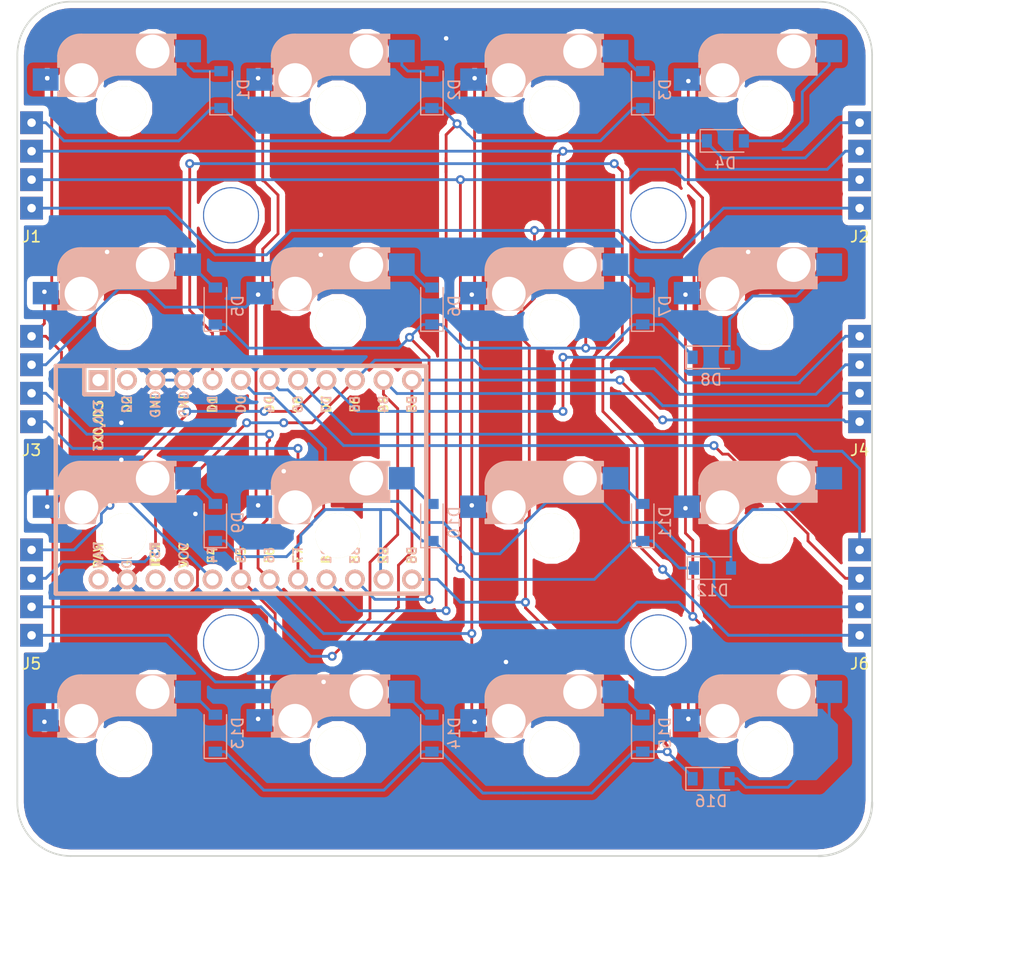
<source format=kicad_pcb>
(kicad_pcb (version 20171130) (host pcbnew 5.0.0-fee4fd1~66~ubuntu18.04.1)
  (layers (0 F.Cu signal) (31 B.Cu signal) (34 B.Paste user) (35 F.Paste user) (36 B.SilkS user hide) (37 F.SilkS user) (38 B.Mask user) (39 F.Mask user) (44 Edge.Cuts user))
  (net 0 "")
  (net 1 col4)
  (net 2 col5)
  (net 3 col6)
  (net 4 col7)
  (net 5 col0)
  (net 6 col1)
  (net 7 col2)
  (net 8 col3)
  (net 9 row3)
  (net 10 row2)
  (net 11 row1)
  (net 12 row0)
  (net 13 col11)
  (net 14 col10)
  (net 15 col9)
  (net 16 col8)
  (net 17 "Net-(U1-Pad24)")
  (net 18 GND)
  (net 19 "Net-(U1-Pad22)")
  (net 20 "Net-(U1-Pad21)")
  (net 21 "Net-(U1-Pad2)")
  (net 22 "Net-(U1-Pad1)")
  (net 23 "Net-(D13-Pad2)")
  (net 24 "Net-(D16-Pad2)")
  (net 25 "Net-(D15-Pad2)")
  (net 26 "Net-(D14-Pad2)")
  (net 27 "Net-(D12-Pad2)")
  (net 28 "Net-(D11-Pad2)")
  (net 29 "Net-(D10-Pad2)")
  (net 30 "Net-(D8-Pad2)")
  (net 31 "Net-(D6-Pad2)")
  (net 32 "Net-(D5-Pad2)")
  (net 33 "Net-(D4-Pad2)")
  (net 34 "Net-(D1-Pad2)")
  (net 35 "Net-(D2-Pad2)")
  (net 36 "Net-(D3-Pad2)")
  (net 37 "Net-(D9-Pad2)")
  (net 38 "Net-(D7-Pad2)")
  (module lib:CherryMX_Hotswap_singleside_3pin (layer F.Cu) (at 76.2 92.86875)
    (fp_text reference SW15 hide)
    (fp_text value SW_PUSH hide)
    (pad 2 smd rect (at 5.7 -5.12 180) (size 2.3 2) (layers B.Cu B.Paste B.Mask) (net 25 "Net-(D15-Pad2)"))
    (pad "" np_thru_hole circle (at 0 0 90) (size 4 4) (drill 4) (layers *.Cu *.Mask F.SilkS))
    (pad "" np_thru_hole circle (at 2.54 -5.08 180) (size 3 3) (drill 3) (layers *.Cu *.Mask))
    (pad "" np_thru_hole circle (at -3.81 -2.54 180) (size 3 3) (drill 3) (layers *.Cu *.Mask))
    (pad 1 smd rect (at -7 -2.58 180) (size 2.3 2) (layers B.Cu B.Paste B.Mask) (net 7 col2))
  )
  (module lib:CherryMX_Hotswap_singleside_3pin (layer F.Cu) (at 76.2 54.76875)
    (fp_text reference SW7 hide)
    (fp_text value SW_PUSH hide)
    (pad 2 smd rect (at 5.7 -5.12 180) (size 2.3 2) (layers B.Cu B.Paste B.Mask) (net 38 "Net-(D7-Pad2)"))
    (pad "" np_thru_hole circle (at 0 0 90) (size 4 4) (drill 4) (layers *.Cu *.Mask F.SilkS))
    (pad "" np_thru_hole circle (at 2.54 -5.08 180) (size 3 3) (drill 3) (layers *.Cu *.Mask))
    (pad "" np_thru_hole circle (at -3.81 -2.54 180) (size 3 3) (drill 3) (layers *.Cu *.Mask))
    (pad 1 smd rect (at -7 -2.58 180) (size 2.3 2) (layers B.Cu B.Paste B.Mask) (net 7 col2))
  )
  (module lib:CherryMX_Hotswap_singleside_3pin (layer F.Cu) (at 38.1 73.81875)
    (fp_text reference SW9 hide)
    (fp_text value SW_PUSH hide)
    (pad 2 smd rect (at 5.7 -5.12 180) (size 2.3 2) (layers B.Cu B.Paste B.Mask) (net 37 "Net-(D9-Pad2)"))
    (pad "" np_thru_hole circle (at 0 0 90) (size 4 4) (drill 4) (layers *.Cu *.Mask F.SilkS))
    (pad "" np_thru_hole circle (at 2.54 -5.08 180) (size 3 3) (drill 3) (layers *.Cu *.Mask))
    (pad "" np_thru_hole circle (at -3.81 -2.54 180) (size 3 3) (drill 3) (layers *.Cu *.Mask))
    (pad 1 smd rect (at -7 -2.58 180) (size 2.3 2) (layers B.Cu B.Paste B.Mask) (net 5 col0))
  )
  (module lib:CherryMX_Hotswap_singleside_3pin (layer F.Cu) (at 76.2 35.71875)
    (fp_text reference SW3 hide)
    (fp_text value SW_PUSH hide)
    (pad 2 smd rect (at 5.7 -5.12 180) (size 2.3 2) (layers B.Cu B.Paste B.Mask) (net 36 "Net-(D3-Pad2)"))
    (pad "" np_thru_hole circle (at 0 0 90) (size 4 4) (drill 4) (layers *.Cu *.Mask F.SilkS))
    (pad "" np_thru_hole circle (at 2.54 -5.08 180) (size 3 3) (drill 3) (layers *.Cu *.Mask))
    (pad "" np_thru_hole circle (at -3.81 -2.54 180) (size 3 3) (drill 3) (layers *.Cu *.Mask))
    (pad 1 smd rect (at -7 -2.58 180) (size 2.3 2) (layers B.Cu B.Paste B.Mask) (net 7 col2))
  )
  (module lib:CherryMX_Hotswap_singleside_3pin (layer F.Cu) (at 57.15 35.71875)
    (fp_text reference SW2 hide)
    (fp_text value SW_PUSH hide)
    (pad 2 smd rect (at 5.7 -5.12 180) (size 2.3 2) (layers B.Cu B.Paste B.Mask) (net 35 "Net-(D2-Pad2)"))
    (pad "" np_thru_hole circle (at 0 0 90) (size 4 4) (drill 4) (layers *.Cu *.Mask F.SilkS))
    (pad "" np_thru_hole circle (at 2.54 -5.08 180) (size 3 3) (drill 3) (layers *.Cu *.Mask))
    (pad "" np_thru_hole circle (at -3.81 -2.54 180) (size 3 3) (drill 3) (layers *.Cu *.Mask))
    (pad 1 smd rect (at -7 -2.58 180) (size 2.3 2) (layers B.Cu B.Paste B.Mask) (net 6 col1))
  )
  (module lib:CherryMX_Hotswap_singleside_3pin (layer F.Cu) (at 38.1 35.71875)
    (fp_text reference SW1 hide)
    (fp_text value SW_PUSH hide)
    (pad 2 smd rect (at 5.7 -5.12 180) (size 2.3 2) (layers B.Cu B.Paste B.Mask) (net 34 "Net-(D1-Pad2)"))
    (pad "" np_thru_hole circle (at 0 0 90) (size 4 4) (drill 4) (layers *.Cu *.Mask F.SilkS))
    (pad "" np_thru_hole circle (at 2.54 -5.08 180) (size 3 3) (drill 3) (layers *.Cu *.Mask))
    (pad "" np_thru_hole circle (at -3.81 -2.54 180) (size 3 3) (drill 3) (layers *.Cu *.Mask))
    (pad 1 smd rect (at -7 -2.58 180) (size 2.3 2) (layers B.Cu B.Paste B.Mask) (net 5 col0))
  )
  (module lib:CherryMX_Hotswap_singleside_3pin (layer F.Cu) (at 95.25 35.71875)
    (fp_text reference SW4 hide)
    (fp_text value SW_PUSH hide)
    (pad 2 smd rect (at 5.7 -5.12 180) (size 2.3 2) (layers B.Cu B.Paste B.Mask) (net 33 "Net-(D4-Pad2)"))
    (pad "" np_thru_hole circle (at 0 0 90) (size 4 4) (drill 4) (layers *.Cu *.Mask F.SilkS))
    (pad "" np_thru_hole circle (at 2.54 -5.08 180) (size 3 3) (drill 3) (layers *.Cu *.Mask))
    (pad "" np_thru_hole circle (at -3.81 -2.54 180) (size 3 3) (drill 3) (layers *.Cu *.Mask))
    (pad 1 smd rect (at -7 -2.58 180) (size 2.3 2) (layers B.Cu B.Paste B.Mask) (net 8 col3))
  )
  (module lib:CherryMX_Hotswap_singleside_3pin (layer F.Cu) (at 38.1 54.76875)
    (fp_text reference SW5 hide)
    (fp_text value SW_PUSH hide)
    (pad 2 smd rect (at 5.7 -5.12 180) (size 2.3 2) (layers B.Cu B.Paste B.Mask) (net 32 "Net-(D5-Pad2)"))
    (pad "" np_thru_hole circle (at 0 0 90) (size 4 4) (drill 4) (layers *.Cu *.Mask F.SilkS))
    (pad "" np_thru_hole circle (at 2.54 -5.08 180) (size 3 3) (drill 3) (layers *.Cu *.Mask))
    (pad "" np_thru_hole circle (at -3.81 -2.54 180) (size 3 3) (drill 3) (layers *.Cu *.Mask))
    (pad 1 smd rect (at -7 -2.58 180) (size 2.3 2) (layers B.Cu B.Paste B.Mask) (net 5 col0))
  )
  (module lib:CherryMX_Hotswap_singleside_3pin (layer F.Cu) (at 57.15 54.76875)
    (fp_text reference SW6 hide)
    (fp_text value SW_PUSH hide)
    (pad 2 smd rect (at 5.7 -5.12 180) (size 2.3 2) (layers B.Cu B.Paste B.Mask) (net 31 "Net-(D6-Pad2)"))
    (pad "" np_thru_hole circle (at 0 0 90) (size 4 4) (drill 4) (layers *.Cu *.Mask F.SilkS))
    (pad "" np_thru_hole circle (at 2.54 -5.08 180) (size 3 3) (drill 3) (layers *.Cu *.Mask))
    (pad "" np_thru_hole circle (at -3.81 -2.54 180) (size 3 3) (drill 3) (layers *.Cu *.Mask))
    (pad 1 smd rect (at -7 -2.58 180) (size 2.3 2) (layers B.Cu B.Paste B.Mask) (net 6 col1))
  )
  (module lib:CherryMX_Hotswap_singleside_3pin (layer F.Cu) (at 95.25 54.76875)
    (fp_text reference SW8 hide)
    (fp_text value SW_PUSH hide)
    (pad 2 smd rect (at 5.7 -5.12 180) (size 2.3 2) (layers B.Cu B.Paste B.Mask) (net 30 "Net-(D8-Pad2)"))
    (pad "" np_thru_hole circle (at 0 0 90) (size 4 4) (drill 4) (layers *.Cu *.Mask F.SilkS))
    (pad "" np_thru_hole circle (at 2.54 -5.08 180) (size 3 3) (drill 3) (layers *.Cu *.Mask))
    (pad "" np_thru_hole circle (at -3.81 -2.54 180) (size 3 3) (drill 3) (layers *.Cu *.Mask))
    (pad 1 smd rect (at -7 -2.58 180) (size 2.3 2) (layers B.Cu B.Paste B.Mask) (net 8 col3))
  )
  (module lib:CherryMX_Hotswap_singleside_3pin (layer F.Cu) (at 57.15 73.81875)
    (fp_text reference SW10 hide)
    (fp_text value SW_PUSH hide)
    (pad 2 smd rect (at 5.7 -5.12 180) (size 2.3 2) (layers B.Cu B.Paste B.Mask) (net 29 "Net-(D10-Pad2)"))
    (pad "" np_thru_hole circle (at 0 0 90) (size 4 4) (drill 4) (layers *.Cu *.Mask F.SilkS))
    (pad "" np_thru_hole circle (at 2.54 -5.08 180) (size 3 3) (drill 3) (layers *.Cu *.Mask))
    (pad "" np_thru_hole circle (at -3.81 -2.54 180) (size 3 3) (drill 3) (layers *.Cu *.Mask))
    (pad 1 smd rect (at -7 -2.58 180) (size 2.3 2) (layers B.Cu B.Paste B.Mask) (net 6 col1))
  )
  (module lib:CherryMX_Hotswap_singleside_3pin (layer F.Cu) (at 76.2 73.81875)
    (fp_text reference SW11 hide)
    (fp_text value SW_PUSH hide)
    (pad 2 smd rect (at 5.7 -5.12 180) (size 2.3 2) (layers B.Cu B.Paste B.Mask) (net 28 "Net-(D11-Pad2)"))
    (pad "" np_thru_hole circle (at 0 0 90) (size 4 4) (drill 4) (layers *.Cu *.Mask F.SilkS))
    (pad "" np_thru_hole circle (at 2.54 -5.08 180) (size 3 3) (drill 3) (layers *.Cu *.Mask))
    (pad "" np_thru_hole circle (at -3.81 -2.54 180) (size 3 3) (drill 3) (layers *.Cu *.Mask))
    (pad 1 smd rect (at -7 -2.58 180) (size 2.3 2) (layers B.Cu B.Paste B.Mask) (net 7 col2))
  )
  (module lib:CherryMX_Hotswap_singleside_3pin (layer F.Cu) (at 95.25 73.81875)
    (fp_text reference SW12 hide)
    (fp_text value SW_PUSH hide)
    (pad 2 smd rect (at 5.7 -5.12 180) (size 2.3 2) (layers B.Cu B.Paste B.Mask) (net 27 "Net-(D12-Pad2)"))
    (pad "" np_thru_hole circle (at 0 0 90) (size 4 4) (drill 4) (layers *.Cu *.Mask F.SilkS))
    (pad "" np_thru_hole circle (at 2.54 -5.08 180) (size 3 3) (drill 3) (layers *.Cu *.Mask))
    (pad "" np_thru_hole circle (at -3.81 -2.54 180) (size 3 3) (drill 3) (layers *.Cu *.Mask))
    (pad 1 smd rect (at -7 -2.58 180) (size 2.3 2) (layers B.Cu B.Paste B.Mask) (net 8 col3))
  )
  (module lib:CherryMX_Hotswap_singleside_3pin (layer F.Cu) (at 57.15 92.86875)
    (fp_text reference SW14 hide)
    (fp_text value SW_PUSH hide)
    (pad 2 smd rect (at 5.7 -5.12 180) (size 2.3 2) (layers B.Cu B.Paste B.Mask) (net 26 "Net-(D14-Pad2)"))
    (pad "" np_thru_hole circle (at 0 0 90) (size 4 4) (drill 4) (layers *.Cu *.Mask F.SilkS))
    (pad "" np_thru_hole circle (at 2.54 -5.08 180) (size 3 3) (drill 3) (layers *.Cu *.Mask))
    (pad "" np_thru_hole circle (at -3.81 -2.54 180) (size 3 3) (drill 3) (layers *.Cu *.Mask))
    (pad 1 smd rect (at -7 -2.58 180) (size 2.3 2) (layers B.Cu B.Paste B.Mask) (net 6 col1))
  )
  (module lib:CherryMX_Hotswap_singleside_3pin (layer F.Cu) (at 95.25 92.86875)
    (fp_text reference SW16 hide)
    (fp_text value SW_PUSH hide)
    (pad 2 smd rect (at 5.7 -5.12 180) (size 2.3 2) (layers B.Cu B.Paste B.Mask) (net 24 "Net-(D16-Pad2)"))
    (pad "" np_thru_hole circle (at 0 0 90) (size 4 4) (drill 4) (layers *.Cu *.Mask F.SilkS))
    (pad "" np_thru_hole circle (at 2.54 -5.08 180) (size 3 3) (drill 3) (layers *.Cu *.Mask))
    (pad "" np_thru_hole circle (at -3.81 -2.54 180) (size 3 3) (drill 3) (layers *.Cu *.Mask))
    (pad 1 smd rect (at -7 -2.58 180) (size 2.3 2) (layers B.Cu B.Paste B.Mask) (net 8 col3))
  )
  (module lib:CherryMX_Hotswap_singleside_3pin (layer F.Cu) (at 38.1 92.86875)
    (fp_text reference SW13 hide)
    (fp_text value SW_PUSH hide)
    (pad 2 smd rect (at 5.7 -5.12 180) (size 2.3 2) (layers B.Cu B.Paste B.Mask) (net 23 "Net-(D13-Pad2)"))
    (pad "" np_thru_hole circle (at 0 0 90) (size 4 4) (drill 4) (layers *.Cu *.Mask F.SilkS))
    (pad "" np_thru_hole circle (at 2.54 -5.08 180) (size 3 3) (drill 3) (layers *.Cu *.Mask))
    (pad "" np_thru_hole circle (at -3.81 -2.54 180) (size 3 3) (drill 3) (layers *.Cu *.Mask))
    (pad 1 smd rect (at -7 -2.58 180) (size 2.3 2) (layers B.Cu B.Paste B.Mask) (net 5 col0))
  )
  (module lib:FatProMicro (layer B.Cu) (at 49.784 67.564)
    (fp_text reference U1 hide)
    (fp_text value ProMicro hide)
    (fp_text user ST (at -8.91 7.58 -90) (layer F.SilkS) (effects (font (size 0.8 0.8))))
    (fp_text user TX0/D3 (at -13.97 -3.571872 -90) (layer B.SilkS) (effects (font (size 0.8 0.8)) (justify mirror)))
    (fp_text user TX0/D3 (at -13.97 -3.571872 -90) (layer F.SilkS) (effects (font (size 0.8 0.8))))
    (fp_text user D2 (at -11.43 -5.461 -90) (layer B.SilkS) (effects (font (size 0.8 0.8)) (justify mirror)))
    (fp_text user D0 (at -1.27 -5.461 -90) (layer B.SilkS) (effects (font (size 0.8 0.8)) (justify mirror)))
    (fp_text user D1 (at -3.81 -5.461 -90) (layer B.SilkS) (effects (font (size 0.8 0.8)) (justify mirror)))
    (fp_text user GND (at -6.35 -5.461 -90) (layer B.SilkS) (effects (font (size 0.8 0.8)) (justify mirror)))
    (fp_text user GND (at -8.89 -5.461 -90) (layer B.SilkS) (effects (font (size 0.8 0.8)) (justify mirror)))
    (fp_text user D4 (at 1.27 -5.461 -90) (layer B.SilkS) (effects (font (size 0.8 0.8)) (justify mirror)))
    (fp_text user C6 (at 3.81 -5.461 -90) (layer B.SilkS) (effects (font (size 0.8 0.8)) (justify mirror)))
    (fp_text user D7 (at 6.35 -5.461 -90) (layer B.SilkS) (effects (font (size 0.8 0.8)) (justify mirror)))
    (fp_text user E6 (at 8.89 -5.461 -90) (layer B.SilkS) (effects (font (size 0.8 0.8)) (justify mirror)))
    (fp_text user B4 (at 11.43 -5.461 -90) (layer B.SilkS) (effects (font (size 0.8 0.8)) (justify mirror)))
    (fp_text user B5 (at 13.97 -5.461 -90) (layer B.SilkS) (effects (font (size 0.8 0.8)) (justify mirror)))
    (fp_text user B6 (at 13.97 8.001 -90) (layer B.SilkS) (effects (font (size 0.8 0.8)) (justify mirror)))
    (fp_text user B2 (at 11.43 8.001 -90) (layer F.SilkS) (effects (font (size 0.8 0.8))))
    (fp_text user B3 (at 8.89 8.001 -90) (layer B.SilkS) (effects (font (size 0.8 0.8)) (justify mirror)))
    (fp_text user B1 (at 6.35 8.001 -90) (layer B.SilkS) (effects (font (size 0.8 0.8)) (justify mirror)))
    (fp_text user F7 (at 3.81 8.001 -90) (layer F.SilkS) (effects (font (size 0.8 0.8))))
    (fp_text user F6 (at 1.27 8.001 -90) (layer F.SilkS) (effects (font (size 0.8 0.8))))
    (fp_text user F5 (at -1.27 8.001 -90) (layer F.SilkS) (effects (font (size 0.8 0.8))))
    (fp_text user F4 (at -3.81 8.001 -90) (layer B.SilkS) (effects (font (size 0.8 0.8)) (justify mirror)))
    (fp_text user VCC (at -6.35 8.001 -90) (layer B.SilkS) (effects (font (size 0.8 0.8)) (justify mirror)))
    (fp_text user ST (at -8.92 8.27312 -90) (layer B.SilkS) (effects (font (size 0.8 0.8)) (justify mirror)))
    (fp_text user GND (at -11.43 8.001 -90) (layer B.SilkS) (effects (font (size 0.8 0.8)) (justify mirror)))
    (fp_text user RAW (at -13.97 8.001 -90) (layer B.SilkS) (effects (font (size 0.8 0.8)) (justify mirror)))
    (fp_text user RAW (at -13.97 8.001 -90) (layer F.SilkS) (effects (font (size 0.8 0.8))))
    (fp_text user GND (at -11.43 8.001 -90) (layer F.SilkS) (effects (font (size 0.8 0.8))))
    (fp_text user VCC (at -6.35 8.001 -90) (layer F.SilkS) (effects (font (size 0.8 0.8))))
    (fp_text user F4 (at -3.81 8.001 -90) (layer F.SilkS) (effects (font (size 0.8 0.8))))
    (fp_text user F5 (at -1.27 8.001 -90) (layer B.SilkS) (effects (font (size 0.8 0.8)) (justify mirror)))
    (fp_text user F6 (at 1.27 8.001 -90) (layer B.SilkS) (effects (font (size 0.8 0.8)) (justify mirror)))
    (fp_text user F7 (at 3.81 8.001 -90) (layer B.SilkS) (effects (font (size 0.8 0.8)) (justify mirror)))
    (fp_text user B1 (at 6.35 8.001 -90) (layer F.SilkS) (effects (font (size 0.8 0.8))))
    (fp_text user B3 (at 8.89 8.001 -90) (layer F.SilkS) (effects (font (size 0.8 0.8))))
    (fp_text user B2 (at 11.43 8.001 -90) (layer B.SilkS) (effects (font (size 0.8 0.8)) (justify mirror)))
    (fp_text user B6 (at 13.97 8.001 -90) (layer F.SilkS) (effects (font (size 0.8 0.8))))
    (fp_text user B5 (at 13.97 -5.461 -90) (layer F.SilkS) (effects (font (size 0.8 0.8))))
    (fp_text user B4 (at 11.43 -5.461 -90) (layer F.SilkS) (effects (font (size 0.8 0.8))))
    (fp_text user E6 (at 8.89 -5.461 -90) (layer F.SilkS) (effects (font (size 0.8 0.8))))
    (fp_text user D7 (at 6.35 -5.461 -90) (layer F.SilkS) (effects (font (size 0.8 0.8))))
    (fp_text user C6 (at 3.81 -5.461 -90) (layer F.SilkS) (effects (font (size 0.8 0.8))))
    (fp_text user D4 (at 1.27 -5.461 -90) (layer F.SilkS) (effects (font (size 0.8 0.8))))
    (fp_text user GND (at -8.89 -5.461 -90) (layer F.SilkS) (effects (font (size 0.8 0.8))))
    (fp_text user GND (at -6.35 -5.461 -90) (layer F.SilkS) (effects (font (size 0.8 0.8))))
    (fp_text user D1 (at -3.81 -5.461 -90) (layer F.SilkS) (effects (font (size 0.8 0.8))))
    (fp_text user D0 (at -1.27 -5.461 -90) (layer F.SilkS) (effects (font (size 0.8 0.8))))
    (fp_text user D2 (at -11.43 -5.461 -90) (layer F.SilkS) (effects (font (size 0.8 0.8))))
    (pad 24 thru_hole circle (at -13.97 10.16) (size 1.7526 1.7526) (drill 1.0922) (layers *.Cu *.SilkS *.Mask) (net 17 "Net-(U1-Pad24)"))
    (pad 12 thru_hole circle (at 13.97 -7.62) (size 1.7526 1.7526) (drill 1.0922) (layers *.Cu *.SilkS *.Mask) (net 4 col7))
    (pad 23 thru_hole circle (at -11.43 10.16) (size 1.7526 1.7526) (drill 1.0922) (layers *.Cu *.SilkS *.Mask) (net 18 GND))
    (pad 22 thru_hole circle (at -8.89 10.16) (size 1.7526 1.7526) (drill 1.0922) (layers *.Cu *.SilkS *.Mask) (net 19 "Net-(U1-Pad22)"))
    (pad 21 thru_hole circle (at -6.35 10.16) (size 1.7526 1.7526) (drill 1.0922) (layers *.Cu *.SilkS *.Mask) (net 20 "Net-(U1-Pad21)"))
    (pad 20 thru_hole circle (at -3.81 10.16) (size 1.7526 1.7526) (drill 1.0922) (layers *.Cu *.SilkS *.Mask) (net 5 col0))
    (pad 19 thru_hole circle (at -1.27 10.16) (size 1.7526 1.7526) (drill 1.0922) (layers *.Cu *.SilkS *.Mask) (net 6 col1))
    (pad 18 thru_hole circle (at 1.27 10.16) (size 1.7526 1.7526) (drill 1.0922) (layers *.Cu *.SilkS *.Mask) (net 7 col2))
    (pad 17 thru_hole circle (at 3.81 10.16) (size 1.7526 1.7526) (drill 1.0922) (layers *.Cu *.SilkS *.Mask) (net 8 col3))
    (pad 16 thru_hole circle (at 6.35 10.16) (size 1.7526 1.7526) (drill 1.0922) (layers *.Cu *.SilkS *.Mask) (net 12 row0))
    (pad 15 thru_hole circle (at 8.89 10.16) (size 1.7526 1.7526) (drill 1.0922) (layers *.Cu *.SilkS *.Mask) (net 11 row1))
    (pad 14 thru_hole circle (at 11.43 10.16) (size 1.7526 1.7526) (drill 1.0922) (layers *.Cu *.SilkS *.Mask) (net 10 row2))
    (pad 13 thru_hole circle (at 13.97 10.16) (size 1.7526 1.7526) (drill 1.0922) (layers *.Cu *.SilkS *.Mask) (net 9 row3))
    (pad 11 thru_hole circle (at 11.43 -7.62) (size 1.7526 1.7526) (drill 1.0922) (layers *.Cu *.SilkS *.Mask) (net 3 col6))
    (pad 10 thru_hole circle (at 8.89 -7.62) (size 1.7526 1.7526) (drill 1.0922) (layers *.Cu *.SilkS *.Mask) (net 2 col5))
    (pad 9 thru_hole circle (at 6.35 -7.62) (size 1.7526 1.7526) (drill 1.0922) (layers *.Cu *.SilkS *.Mask) (net 1 col4))
    (pad 8 thru_hole circle (at 3.81 -7.62) (size 1.7526 1.7526) (drill 1.0922) (layers *.Cu *.SilkS *.Mask) (net 16 col8))
    (pad 7 thru_hole circle (at 1.27 -7.62) (size 1.7526 1.7526) (drill 1.0922) (layers *.Cu *.SilkS *.Mask) (net 15 col9))
    (pad 6 thru_hole circle (at -1.27 -7.62) (size 1.7526 1.7526) (drill 1.0922) (layers *.Cu *.SilkS *.Mask) (net 14 col10))
    (pad 5 thru_hole circle (at -3.81 -7.62) (size 1.7526 1.7526) (drill 1.0922) (layers *.Cu *.SilkS *.Mask) (net 13 col11))
    (pad 4 thru_hole circle (at -6.35 -7.62) (size 1.7526 1.7526) (drill 1.0922) (layers *.Cu *.SilkS *.Mask) (net 18 GND))
    (pad 3 thru_hole circle (at -8.89 -7.62) (size 1.7526 1.7526) (drill 1.0922) (layers *.Cu *.SilkS *.Mask) (net 18 GND))
    (pad 2 thru_hole circle (at -11.43 -7.62) (size 1.7526 1.7526) (drill 1.0922) (layers *.Cu *.SilkS *.Mask) (net 21 "Net-(U1-Pad2)"))
    (pad 1 thru_hole rect (at -13.97 -7.62) (size 1.7526 1.7526) (drill 1.0922) (layers *.Cu *.SilkS *.Mask) (net 22 "Net-(U1-Pad1)"))
  )
  (module Diode_SMD:D_SOD-123 (layer B.Cu) (at 46.736 34.036 90)
    (fp_text reference D1 (at 0 2 90) (layer B.SilkS) (effects (justify mirror)))
    (fp_text value D)
    (pad 2 smd rect (at 1.65 0 90) (size 0.9 1.2) (layers B.Cu B.Paste B.Mask) (net 34 "Net-(D1-Pad2)"))
    (pad 1 smd rect (at -1.65 0 90) (size 0.9 1.2) (layers B.Cu B.Paste B.Mask) (net 12 row0))
  )
  (module Diode_SMD:D_SOD-123 (layer B.Cu) (at 90.424 57.912)
    (fp_text reference D8 (at 0 2) (layer B.SilkS) (effects (justify mirror)))
    (fp_text value D)
    (pad 1 smd rect (at -1.65 0) (size 0.9 1.2) (layers B.Cu B.Paste B.Mask) (net 11 row1))
    (pad 2 smd rect (at 1.65 0) (size 0.9 1.2) (layers B.Cu B.Paste B.Mask) (net 30 "Net-(D8-Pad2)"))
  )
  (module Diode_SMD:D_SOD-123 (layer B.Cu) (at 65.532 34.036 90)
    (fp_text reference D2 (at 0 2 90) (layer B.SilkS) (effects (justify mirror)))
    (fp_text value D)
    (pad 2 smd rect (at 1.65 0 90) (size 0.9 1.2) (layers B.Cu B.Paste B.Mask) (net 35 "Net-(D2-Pad2)"))
    (pad 1 smd rect (at -1.65 0 90) (size 0.9 1.2) (layers B.Cu B.Paste B.Mask) (net 12 row0))
  )
  (module Diode_SMD:D_SOD-123 (layer B.Cu) (at 84.328 34.036 90)
    (fp_text reference D3 (at 0 2 90) (layer B.SilkS) (effects (justify mirror)))
    (fp_text value D)
    (pad 1 smd rect (at -1.65 0 90) (size 0.9 1.2) (layers B.Cu B.Paste B.Mask) (net 12 row0))
    (pad 2 smd rect (at 1.65 0 90) (size 0.9 1.2) (layers B.Cu B.Paste B.Mask) (net 36 "Net-(D3-Pad2)"))
  )
  (module Diode_SMD:D_SOD-123 (layer B.Cu) (at 91.694 38.608)
    (fp_text reference D4 (at 0 2) (layer B.SilkS) (effects (justify mirror)))
    (fp_text value D)
    (pad 2 smd rect (at 1.65 0) (size 0.9 1.2) (layers B.Cu B.Paste B.Mask) (net 33 "Net-(D4-Pad2)"))
    (pad 1 smd rect (at -1.65 0) (size 0.9 1.2) (layers B.Cu B.Paste B.Mask) (net 12 row0))
  )
  (module Diode_SMD:D_SOD-123 (layer B.Cu) (at 46.228 53.34 90)
    (fp_text reference D5 (at 0 2 90) (layer B.SilkS) (effects (justify mirror)))
    (fp_text value D)
    (pad 1 smd rect (at -1.65 0 90) (size 0.9 1.2) (layers B.Cu B.Paste B.Mask) (net 11 row1))
    (pad 2 smd rect (at 1.65 0 90) (size 0.9 1.2) (layers B.Cu B.Paste B.Mask) (net 32 "Net-(D5-Pad2)"))
  )
  (module Diode_SMD:D_SOD-123 (layer B.Cu) (at 65.532 53.34 90)
    (fp_text reference D6 (at 0 2 90) (layer B.SilkS) (effects (justify mirror)))
    (fp_text value D)
    (pad 2 smd rect (at 1.65 0 90) (size 0.9 1.2) (layers B.Cu B.Paste B.Mask) (net 31 "Net-(D6-Pad2)"))
    (pad 1 smd rect (at -1.65 0 90) (size 0.9 1.2) (layers B.Cu B.Paste B.Mask) (net 11 row1))
  )
  (module Diode_SMD:D_SOD-123 (layer B.Cu) (at 84.328 53.34 90)
    (fp_text reference D7 (at 0 2 90) (layer B.SilkS) (effects (justify mirror)))
    (fp_text value D)
    (pad 1 smd rect (at -1.65 0 90) (size 0.9 1.2) (layers B.Cu B.Paste B.Mask) (net 11 row1))
    (pad 2 smd rect (at 1.65 0 90) (size 0.9 1.2) (layers B.Cu B.Paste B.Mask) (net 38 "Net-(D7-Pad2)"))
  )
  (module Diode_SMD:D_SOD-123 (layer B.Cu) (at 90.424 95.504)
    (fp_text reference D16 (at 0 2) (layer B.SilkS) (effects (justify mirror)))
    (fp_text value D)
    (pad 2 smd rect (at 1.65 0) (size 0.9 1.2) (layers B.Cu B.Paste B.Mask) (net 24 "Net-(D16-Pad2)"))
    (pad 1 smd rect (at -1.65 0) (size 0.9 1.2) (layers B.Cu B.Paste B.Mask) (net 9 row3))
  )
  (module Diode_SMD:D_SOD-123 (layer B.Cu) (at 84.328 91.44 90)
    (fp_text reference D15 (at 0 2 90) (layer B.SilkS) (effects (justify mirror)))
    (fp_text value D)
    (pad 1 smd rect (at -1.65 0 90) (size 0.9 1.2) (layers B.Cu B.Paste B.Mask) (net 9 row3))
    (pad 2 smd rect (at 1.65 0 90) (size 0.9 1.2) (layers B.Cu B.Paste B.Mask) (net 25 "Net-(D15-Pad2)"))
  )
  (module Diode_SMD:D_SOD-123 (layer B.Cu) (at 65.532 91.44 90)
    (fp_text reference D14 (at 0 2 90) (layer B.SilkS) (effects (justify mirror)))
    (fp_text value D)
    (pad 2 smd rect (at 1.65 0 90) (size 0.9 1.2) (layers B.Cu B.Paste B.Mask) (net 26 "Net-(D14-Pad2)"))
    (pad 1 smd rect (at -1.65 0 90) (size 0.9 1.2) (layers B.Cu B.Paste B.Mask) (net 9 row3))
  )
  (module Diode_SMD:D_SOD-123 (layer B.Cu) (at 46.228 91.44 90)
    (fp_text reference D13 (at 0 2 90) (layer B.SilkS) (effects (justify mirror)))
    (fp_text value D)
    (pad 1 smd rect (at -1.65 0 90) (size 0.9 1.2) (layers B.Cu B.Paste B.Mask) (net 9 row3))
    (pad 2 smd rect (at 1.65 0 90) (size 0.9 1.2) (layers B.Cu B.Paste B.Mask) (net 23 "Net-(D13-Pad2)"))
  )
  (module Diode_SMD:D_SOD-123 (layer B.Cu) (at 90.55 76.708)
    (fp_text reference D12 (at 0 2) (layer B.SilkS) (effects (justify mirror)))
    (fp_text value D)
    (pad 2 smd rect (at 1.65 0) (size 0.9 1.2) (layers B.Cu B.Paste B.Mask) (net 27 "Net-(D12-Pad2)"))
    (pad 1 smd rect (at -1.65 0) (size 0.9 1.2) (layers B.Cu B.Paste B.Mask) (net 10 row2))
  )
  (module Diode_SMD:D_SOD-123 (layer B.Cu) (at 84.328 72.644 90)
    (fp_text reference D11 (at 0 2 90) (layer B.SilkS) (effects (justify mirror)))
    (fp_text value D)
    (pad 1 smd rect (at -1.65 0 90) (size 0.9 1.2) (layers B.Cu B.Paste B.Mask) (net 10 row2))
    (pad 2 smd rect (at 1.65 0 90) (size 0.9 1.2) (layers B.Cu B.Paste B.Mask) (net 28 "Net-(D11-Pad2)"))
  )
  (module Diode_SMD:D_SOD-123 (layer B.Cu) (at 65.532 72.644 90)
    (fp_text reference D10 (at 0 2 90) (layer B.SilkS) (effects (justify mirror)))
    (fp_text value D)
    (pad 2 smd rect (at 1.65 0 90) (size 0.9 1.2) (layers B.Cu B.Paste B.Mask) (net 29 "Net-(D10-Pad2)"))
    (pad 1 smd rect (at -1.65 0 90) (size 0.9 1.2) (layers B.Cu B.Paste B.Mask) (net 10 row2))
  )
  (module Diode_SMD:D_SOD-123 (layer B.Cu) (at 46.228 72.644 90)
    (fp_text reference D9 (at 0 2 90) (layer B.SilkS) (effects (justify mirror)))
    (fp_text value D)
    (pad 1 smd rect (at -1.65 0 90) (size 0.9 1.2) (layers B.Cu B.Paste B.Mask) (net 10 row2))
    (pad 2 smd rect (at 1.65 0 90) (size 0.9 1.2) (layers B.Cu B.Paste B.Mask) (net 37 "Net-(D9-Pad2)"))
  )
  (module lib:Jumper (layer F.Cu) (at 102.39375 73.81875)
    (fp_text reference J6 (at 1.27 11.43) (layer F.SilkS))
    (fp_text value Jumper)
    (pad 4 thru_hole rect (at 1.27 8.89) (size 2.032 2.032) (drill 0.762) (layers *.Cu *.Mask) (net 13 col11))
    (pad 3 thru_hole rect (at 1.27 6.35) (size 2.032 2.032) (drill 0.762) (layers *.Cu *.Mask) (net 14 col10))
    (pad 2 thru_hole rect (at 1.27 3.81) (size 2.032 2.032) (drill 0.762) (layers *.Cu *.Mask) (net 15 col9))
    (pad 1 thru_hole rect (at 1.27 1.27) (size 2.032 2.032) (drill 0.762) (layers *.Cu *.Mask) (net 16 col8))
  )
  (module lib:Jumper (layer F.Cu) (at 28.575 35.71875)
    (fp_text reference J1 (at 1.27 11.43) (layer F.SilkS))
    (fp_text value Jumper)
    (pad 1 thru_hole rect (at 1.27 1.27) (size 2.032 2.032) (drill 0.762) (layers *.Cu *.Mask) (net 12 row0))
    (pad 2 thru_hole rect (at 1.27 3.81) (size 2.032 2.032) (drill 0.762) (layers *.Cu *.Mask) (net 11 row1))
    (pad 3 thru_hole rect (at 1.27 6.35) (size 2.032 2.032) (drill 0.762) (layers *.Cu *.Mask) (net 10 row2))
    (pad 4 thru_hole rect (at 1.27 8.89) (size 2.032 2.032) (drill 0.762) (layers *.Cu *.Mask) (net 9 row3))
  )
  (module lib:Jumper (layer F.Cu) (at 102.39375 35.71875)
    (fp_text reference J2 (at 1.27 11.43) (layer F.SilkS))
    (fp_text value Jumper)
    (pad 4 thru_hole rect (at 1.27 8.89) (size 2.032 2.032) (drill 0.762) (layers *.Cu *.Mask) (net 9 row3))
    (pad 3 thru_hole rect (at 1.27 6.35) (size 2.032 2.032) (drill 0.762) (layers *.Cu *.Mask) (net 10 row2))
    (pad 2 thru_hole rect (at 1.27 3.81) (size 2.032 2.032) (drill 0.762) (layers *.Cu *.Mask) (net 11 row1))
    (pad 1 thru_hole rect (at 1.27 1.27) (size 2.032 2.032) (drill 0.762) (layers *.Cu *.Mask) (net 12 row0))
  )
  (module lib:Jumper (layer F.Cu) (at 28.575 54.76875)
    (fp_text reference J3 (at 1.27 11.43) (layer F.SilkS))
    (fp_text value Jumper)
    (pad 1 thru_hole rect (at 1.27 1.27) (size 2.032 2.032) (drill 0.762) (layers *.Cu *.Mask) (net 5 col0))
    (pad 2 thru_hole rect (at 1.27 3.81) (size 2.032 2.032) (drill 0.762) (layers *.Cu *.Mask) (net 6 col1))
    (pad 3 thru_hole rect (at 1.27 6.35) (size 2.032 2.032) (drill 0.762) (layers *.Cu *.Mask) (net 7 col2))
    (pad 4 thru_hole rect (at 1.27 8.89) (size 2.032 2.032) (drill 0.762) (layers *.Cu *.Mask) (net 8 col3))
  )
  (module lib:Jumper (layer F.Cu) (at 102.39375 54.76875)
    (fp_text reference J4 (at 1.27 11.43) (layer F.SilkS))
    (fp_text value Jumper)
    (pad 4 thru_hole rect (at 1.27 8.89) (size 2.032 2.032) (drill 0.762) (layers *.Cu *.Mask) (net 4 col7))
    (pad 3 thru_hole rect (at 1.27 6.35) (size 2.032 2.032) (drill 0.762) (layers *.Cu *.Mask) (net 3 col6))
    (pad 2 thru_hole rect (at 1.27 3.81) (size 2.032 2.032) (drill 0.762) (layers *.Cu *.Mask) (net 2 col5))
    (pad 1 thru_hole rect (at 1.27 1.27) (size 2.032 2.032) (drill 0.762) (layers *.Cu *.Mask) (net 1 col4))
  )
  (module lib:Jumper (layer F.Cu) (at 28.575 73.81875)
    (fp_text reference J5 (at 1.27 11.43) (layer F.SilkS))
    (fp_text value Jumper)
    (pad 1 thru_hole rect (at 1.27 1.27) (size 2.032 2.032) (drill 0.762) (layers *.Cu *.Mask) (net 1 col4))
    (pad 2 thru_hole rect (at 1.27 3.81) (size 2.032 2.032) (drill 0.762) (layers *.Cu *.Mask) (net 2 col5))
    (pad 3 thru_hole rect (at 1.27 6.35) (size 2.032 2.032) (drill 0.762) (layers *.Cu *.Mask) (net 3 col6))
    (pad 4 thru_hole rect (at 1.27 8.89) (size 2.032 2.032) (drill 0.762) (layers *.Cu *.Mask) (net 4 col7))
  )
  (module kbd:HOLE (layer F.Cu) (at 85.725 83.34375)
    (fp_text reference Ref**)
    (fp_text value Val**)
    (pad "" np_thru_hole circle (at 0 0) (size 5 5) (drill 4.8) (layers *.Cu *.Mask))
  )
  (module kbd:HOLE (layer F.Cu) (at 47.625 83.34375)
    (fp_text reference Ref**)
    (fp_text value Val**)
    (pad "" np_thru_hole circle (at 0 0) (size 5 5) (drill 4.8) (layers *.Cu *.Mask))
  )
  (module kbd:HOLE (layer F.Cu) (at 47.625 45.24375)
    (fp_text reference Ref**)
    (fp_text value Val**)
    (pad "" np_thru_hole circle (at 0 0) (size 5 5) (drill 4.8) (layers *.Cu *.Mask))
  )
  (module kbd:HOLE (layer F.Cu) (at 85.725 45.24375)
    (fp_text reference Ref**)
    (fp_text value Val**)
    (pad "" np_thru_hole circle (at 0 0) (size 5 5) (drill 4.8) (layers *.Cu *.Mask))
  )
  (gr_arc (start 100.0125 30.95625) (end 104.775 30.95625) (angle -90) (layer Edge.Cuts) (width 0.15))
  (gr_arc (start 33.3375 97.63125) (end 28.575 97.63125) (angle -90) (layer Edge.Cuts) (width 0.15))
  (gr_arc (start 100.0125 97.63125) (end 100.0125 102.39375) (angle -90) (layer Edge.Cuts) (width 0.2))
  (gr_arc (start 33.3375 30.95625) (end 33.3375 26.19375) (angle -90) (layer Edge.Cuts) (width 0.15))
  (gr_line (start 28.575 30.95625) (end 28.575 97.63125) (layer Edge.Cuts) (width 0.15))
  (gr_line (start 100.0125 26.19375) (end 33.3375 26.19375) (layer Edge.Cuts) (width 0.15))
  (gr_line (start 104.775 97.63125) (end 104.775 30.95625) (layer Edge.Cuts) (width 0.15))
  (gr_line (start 33.3375 102.39375) (end 100.0125 102.39375) (layer Edge.Cuts) (width 0.15))
  (segment (start 36.068 72.644) (end 36.068 71.882) (width 0.25) (layer B.Cu) (net 1))
  (segment (start 29.845 75.08875) (end 33.62325 75.08875) (width 0.25) (layer B.Cu) (net 1))
  (segment (start 33.62325 75.08875) (end 36.068 72.644) (width 0.25) (layer B.Cu) (net 1))
  (segment (start 36.068 71.882) (end 36.83 71.12) (width 0.25) (layer B.Cu) (net 1))
  (via (at 36.83 71.12) (size 0.8) (drill 0.4) (layers F.Cu B.Cu) (net 1))
  (segment (start 56.134 59.944) (end 53.34 62.738) (width 0.25) (layer F.Cu) (net 1))
  (via (at 50.577699 62.738) (size 0.8) (drill 0.4) (layers F.Cu B.Cu) (net 1))
  (segment (start 53.34 62.738) (end 50.577699 62.738) (width 0.25) (layer F.Cu) (net 1))
  (via (at 43.688 62.738) (size 0.8) (drill 0.4) (layers F.Cu B.Cu) (net 1))
  (segment (start 37.229999 70.720001) (end 37.229999 69.447749) (width 0.25) (layer F.Cu) (net 1))
  (segment (start 37.229999 69.447749) (end 43.939748 62.738) (width 0.25) (layer F.Cu) (net 1))
  (segment (start 36.83 71.12) (end 37.229999 70.720001) (width 0.25) (layer F.Cu) (net 1))
  (segment (start 56.134 59.944) (end 58.928 62.738) (width 0.25) (layer B.Cu) (net 1))
  (via (at 77.216 62.738) (size 0.8) (drill 0.4) (layers F.Cu B.Cu) (net 1))
  (segment (start 58.928 62.738) (end 77.216 62.738) (width 0.25) (layer B.Cu) (net 1))
  (segment (start 77.216 62.738) (end 77.216 57.912) (width 0.25) (layer F.Cu) (net 1))
  (via (at 77.216 57.912) (size 0.8) (drill 0.4) (layers F.Cu B.Cu) (net 1))
  (segment (start 98.298 60.198) (end 98.298 60.1385) (width 0.25) (layer B.Cu) (net 1))
  (segment (start 102.39775 56.03875) (end 103.66375 56.03875) (width 0.25) (layer B.Cu) (net 1))
  (segment (start 98.298 60.1385) (end 102.39775 56.03875) (width 0.25) (layer B.Cu) (net 1))
  (segment (start 88.138 60.198) (end 98.298 60.198) (width 0.25) (layer B.Cu) (net 1))
  (segment (start 85.852 57.912) (end 88.138 60.198) (width 0.25) (layer B.Cu) (net 1))
  (segment (start 77.216 57.912) (end 85.852 57.912) (width 0.25) (layer B.Cu) (net 1))
  (segment (start 50.577699 62.738) (end 43.688 62.738) (width 0.25) (layer B.Cu) (net 1))
  (segment (start 32.595999 76.143751) (end 39.934249 76.143751) (width 0.25) (layer B.Cu) (net 2))
  (segment (start 29.845 77.62875) (end 31.111 77.62875) (width 0.25) (layer B.Cu) (net 2))
  (segment (start 31.111 77.62875) (end 32.595999 76.143751) (width 0.25) (layer B.Cu) (net 2))
  (segment (start 39.934249 76.143751) (end 40.894 75.184) (width 0.25) (layer B.Cu) (net 2))
  (via (at 40.894 75.184) (size 0.8) (drill 0.4) (layers F.Cu B.Cu) (net 2))
  (via (at 52.324 63.754) (size 0.8) (drill 0.4) (layers F.Cu B.Cu) (net 2))
  (via (at 49.022 63.754) (size 0.8) (drill 0.4) (layers F.Cu B.Cu) (net 2))
  (segment (start 40.894 71.882) (end 40.894 75.184) (width 0.25) (layer F.Cu) (net 2))
  (segment (start 49.022 63.754) (end 40.894 71.882) (width 0.25) (layer F.Cu) (net 2))
  (segment (start 99.7625 61.214) (end 102.39775 58.57875) (width 0.25) (layer B.Cu) (net 2))
  (segment (start 58.674 59.944) (end 60.452 58.166) (width 0.25) (layer B.Cu) (net 2))
  (segment (start 102.39775 58.57875) (end 103.66375 58.57875) (width 0.25) (layer B.Cu) (net 2))
  (segment (start 70.104 58.928) (end 85.344 58.928) (width 0.25) (layer B.Cu) (net 2))
  (segment (start 60.452 58.166) (end 69.342 58.166) (width 0.25) (layer B.Cu) (net 2))
  (segment (start 85.344 58.928) (end 87.63 61.214) (width 0.25) (layer B.Cu) (net 2))
  (segment (start 69.342 58.166) (end 70.104 58.928) (width 0.25) (layer B.Cu) (net 2))
  (segment (start 87.63 61.214) (end 99.7625 61.214) (width 0.25) (layer B.Cu) (net 2))
  (segment (start 49.022 63.754) (end 52.324 63.754) (width 0.25) (layer B.Cu) (net 2))
  (segment (start 54.864 63.754) (end 52.324 63.754) (width 0.25) (layer F.Cu) (net 2))
  (segment (start 58.674 59.944) (end 54.864 63.754) (width 0.25) (layer F.Cu) (net 2))
  (segment (start 58.674 82.55) (end 56.642 84.582) (width 0.25) (layer F.Cu) (net 3))
  (segment (start 58.674 82.55) (end 57.658 83.566) (width 0.25) (layer F.Cu) (net 3))
  (via (at 56.642 84.582) (size 0.8) (drill 0.4) (layers F.Cu B.Cu) (net 3))
  (segment (start 56.642 84.582) (end 54.70525 84.582) (width 0.25) (layer B.Cu) (net 3))
  (segment (start 54.70525 84.582) (end 50.292 80.16875) (width 0.25) (layer B.Cu) (net 3))
  (segment (start 29.845 80.16875) (end 50.292 80.16875) (width 0.25) (layer B.Cu) (net 3))
  (segment (start 61.214 59.944) (end 62.415301 61.145301) (width 0.25) (layer B.Cu) (net 3))
  (segment (start 62.415301 61.145301) (end 85.021301 61.145301) (width 0.25) (layer B.Cu) (net 3))
  (segment (start 86.106 62.23) (end 100.838 62.23) (width 0.25) (layer B.Cu) (net 3))
  (segment (start 85.021301 61.145301) (end 86.106 62.23) (width 0.25) (layer B.Cu) (net 3))
  (segment (start 100.838 62.23) (end 101.94925 61.11875) (width 0.25) (layer B.Cu) (net 3))
  (segment (start 101.94925 61.11875) (end 103.66375 61.11875) (width 0.25) (layer B.Cu) (net 3))
  (segment (start 60.012699 76.2) (end 60.012699 81.211301) (width 0.25) (layer F.Cu) (net 3))
  (segment (start 62.484 62.484) (end 62.484 73.728699) (width 0.25) (layer F.Cu) (net 3))
  (segment (start 60.012699 81.211301) (end 58.674 82.55) (width 0.25) (layer F.Cu) (net 3))
  (segment (start 61.214 61.214) (end 62.484 62.484) (width 0.25) (layer F.Cu) (net 3))
  (segment (start 62.484 73.728699) (end 60.012699 76.2) (width 0.25) (layer F.Cu) (net 3))
  (segment (start 61.214 59.944) (end 61.214 61.214) (width 0.25) (layer F.Cu) (net 3))
  (segment (start 63.754 59.944) (end 82.296 59.944) (width 0.25) (layer B.Cu) (net 4))
  (segment (start 102.39775 63.65875) (end 102.239 63.5) (width 0.25) (layer B.Cu) (net 4))
  (segment (start 103.66375 63.65875) (end 102.39775 63.65875) (width 0.25) (layer B.Cu) (net 4))
  (via (at 86.106 63.5) (size 0.8) (drill 0.4) (layers F.Cu B.Cu) (net 4))
  (segment (start 85.852 63.5) (end 86.106 63.5) (width 0.25) (layer B.Cu) (net 4))
  (segment (start 102.239 63.5) (end 86.106 63.5) (width 0.25) (layer B.Cu) (net 4))
  (segment (start 82.296 59.944) (end 82.296 59.944) (width 0.25) (layer B.Cu) (net 4))
  (via (at 82.296 59.944) (size 0.8) (drill 0.4) (layers F.Cu B.Cu) (net 4))
  (segment (start 85.852 63.5) (end 86.106 63.5) (width 0.25) (layer F.Cu) (net 4))
  (segment (start 82.296 59.944) (end 85.852 63.5) (width 0.25) (layer F.Cu) (net 4))
  (segment (start 57.658 85.09) (end 58.057999 84.690001) (width 0.25) (layer F.Cu) (net 4))
  (segment (start 57.658 85.09) (end 57.912 84.836) (width 0.25) (layer F.Cu) (net 4))
  (segment (start 41.91 82.70875) (end 42.06875 82.70875) (width 0.25) (layer B.Cu) (net 4))
  (segment (start 41.91 82.70875) (end 29.845 82.70875) (width 0.25) (layer B.Cu) (net 4))
  (segment (start 42.06875 82.70875) (end 46.228 86.868) (width 0.25) (layer B.Cu) (net 4))
  (via (at 55.88 86.868) (size 0.8) (drill 0.4) (layers F.Cu B.Cu) (net 4))
  (segment (start 46.228 86.868) (end 55.88 86.868) (width 0.25) (layer B.Cu) (net 4))
  (segment (start 55.88 86.868) (end 56.896 85.852) (width 0.25) (layer F.Cu) (net 4))
  (segment (start 56.579249 86.168751) (end 56.896 85.852) (width 0.25) (layer F.Cu) (net 4))
  (segment (start 56.896 85.852) (end 57.912 84.836) (width 0.25) (layer F.Cu) (net 4))
  (segment (start 62.552699 80.195301) (end 57.912 84.836) (width 0.25) (layer F.Cu) (net 4))
  (segment (start 62.552699 76.454) (end 62.552699 80.195301) (width 0.25) (layer F.Cu) (net 4))
  (segment (start 63.754 75.252699) (end 62.552699 76.454) (width 0.25) (layer F.Cu) (net 4))
  (segment (start 63.754 59.944) (end 63.754 75.252699) (width 0.25) (layer F.Cu) (net 4))
  (via (at 30.988 52.07) (size 0.8) (drill 0.4) (layers F.Cu B.Cu) (net 5))
  (via (at 31.242 33.02) (size 0.8) (drill 0.4) (layers F.Cu B.Cu) (net 5))
  (segment (start 31.242 71.23875) (end 31.1 71.23875) (width 0.25) (layer B.Cu) (net 5))
  (via (at 31.242 71.23875) (size 0.8) (drill 0.4) (layers F.Cu B.Cu) (net 5))
  (via (at 31.242 33.02) (size 0.8) (drill 0.4) (layers F.Cu B.Cu) (net 5))
  (via (at 31.242 33.02) (size 0.8) (drill 0.4) (layers F.Cu B.Cu) (net 5))
  (segment (start 31.387999 51.670001) (end 30.988 52.07) (width 0.25) (layer F.Cu) (net 5))
  (segment (start 31.641999 33.419999) (end 31.641999 51.416001) (width 0.25) (layer F.Cu) (net 5))
  (segment (start 31.641999 51.416001) (end 31.387999 51.670001) (width 0.25) (layer F.Cu) (net 5))
  (segment (start 31.242 33.02) (end 31.641999 33.419999) (width 0.25) (layer F.Cu) (net 5))
  (segment (start 30.988 54.89575) (end 29.845 56.03875) (width 0.25) (layer F.Cu) (net 5))
  (segment (start 30.988 52.07) (end 30.988 54.89575) (width 0.25) (layer F.Cu) (net 5))
  (segment (start 31.111 56.03875) (end 32.512 57.43975) (width 0.25) (layer F.Cu) (net 5))
  (segment (start 29.845 56.03875) (end 31.111 56.03875) (width 0.25) (layer F.Cu) (net 5))
  (segment (start 32.512 57.43975) (end 32.512 68.326) (width 0.25) (layer F.Cu) (net 5))
  (segment (start 31.242 69.596) (end 31.242 71.23875) (width 0.25) (layer F.Cu) (net 5))
  (segment (start 32.512 68.326) (end 31.242 69.596) (width 0.25) (layer F.Cu) (net 5))
  (segment (start 31.242 71.804435) (end 31.75 72.312435) (width 0.25) (layer F.Cu) (net 5))
  (segment (start 31.242 71.23875) (end 31.242 71.804435) (width 0.25) (layer F.Cu) (net 5))
  (segment (start 31.75 72.312435) (end 31.75 89.662) (width 0.25) (layer F.Cu) (net 5))
  (segment (start 31.75 89.662) (end 30.988 90.424) (width 0.25) (layer F.Cu) (net 5))
  (via (at 30.988 90.424) (size 0.8) (drill 0.4) (layers F.Cu B.Cu) (net 5))
  (segment (start 31.25 71.23875) (end 31.242 71.23875) (width 0.25) (layer B.Cu) (net 5))
  (segment (start 33.65475 68.834) (end 31.25 71.23875) (width 0.25) (layer B.Cu) (net 5))
  (segment (start 36.556252 68.834) (end 33.65475 68.834) (width 0.25) (layer B.Cu) (net 5))
  (segment (start 43.414252 75.692) (end 36.556252 68.834) (width 0.25) (layer B.Cu) (net 5))
  (segment (start 43.942 75.692) (end 43.414252 75.692) (width 0.25) (layer B.Cu) (net 5))
  (segment (start 45.974 77.724) (end 43.942 75.692) (width 0.25) (layer B.Cu) (net 5))
  (via (at 50.038 90.17) (size 0.8) (drill 0.4) (layers F.Cu B.Cu) (net 6))
  (via (at 50.038 52.324) (size 0.8) (drill 0.4) (layers F.Cu B.Cu) (net 6))
  (via (at 50.038 33.02) (size 0.8) (drill 0.4) (layers F.Cu B.Cu) (net 6))
  (via (at 50.038 71.12) (size 0.8) (drill 0.4) (layers F.Cu B.Cu) (net 6))
  (segment (start 48.514 72.644) (end 50.038 71.12) (width 0.25) (layer F.Cu) (net 6))
  (segment (start 48.514 77.724) (end 48.514 72.644) (width 0.25) (layer F.Cu) (net 6))
  (segment (start 50.450001 51.911999) (end 50.437999 51.924001) (width 0.25) (layer F.Cu) (net 6))
  (segment (start 50.437999 51.924001) (end 50.038 52.324) (width 0.25) (layer F.Cu) (net 6))
  (segment (start 50.038 33.02) (end 50.450001 33.432001) (width 0.25) (layer F.Cu) (net 6))
  (segment (start 49.852699 70.369014) (end 50.038 70.554315) (width 0.25) (layer F.Cu) (net 6))
  (segment (start 50.038 70.554315) (end 50.038 71.12) (width 0.25) (layer F.Cu) (net 6))
  (segment (start 49.852699 53.074986) (end 49.852699 70.369014) (width 0.25) (layer F.Cu) (net 6))
  (segment (start 50.038 52.889685) (end 49.852699 53.074986) (width 0.25) (layer F.Cu) (net 6))
  (segment (start 50.038 52.324) (end 50.038 52.889685) (width 0.25) (layer F.Cu) (net 6))
  (segment (start 50.450001 42.164) (end 50.546 42.164) (width 0.25) (layer F.Cu) (net 6))
  (segment (start 50.450001 33.432001) (end 50.450001 42.164) (width 0.25) (layer F.Cu) (net 6))
  (segment (start 50.546 42.164) (end 51.816 43.434) (width 0.25) (layer F.Cu) (net 6))
  (segment (start 51.816 46.894001) (end 50.450001 48.26) (width 0.25) (layer F.Cu) (net 6))
  (segment (start 51.816 43.434) (end 51.816 46.894001) (width 0.25) (layer F.Cu) (net 6))
  (segment (start 50.450001 48.26) (end 50.450001 51.911999) (width 0.25) (layer F.Cu) (net 6))
  (segment (start 51.562 80.772) (end 48.514 77.724) (width 0.25) (layer F.Cu) (net 6))
  (segment (start 51.562 84.994001) (end 51.562 80.772) (width 0.25) (layer F.Cu) (net 6))
  (segment (start 50.450001 86.106) (end 51.562 84.994001) (width 0.25) (layer F.Cu) (net 6))
  (segment (start 50.038 90.17) (end 50.450001 89.757999) (width 0.25) (layer F.Cu) (net 6))
  (segment (start 50.450001 89.757999) (end 50.450001 86.106) (width 0.25) (layer F.Cu) (net 6))
  (segment (start 31.111 58.57875) (end 29.845 58.57875) (width 0.25) (layer B.Cu) (net 6))
  (segment (start 35.052 54.63775) (end 31.111 58.57875) (width 0.25) (layer B.Cu) (net 6))
  (segment (start 50.038 52.324) (end 48.92325 53.43875) (width 0.25) (layer B.Cu) (net 6))
  (segment (start 35.052 54.356) (end 35.052 54.63775) (width 0.25) (layer B.Cu) (net 6))
  (segment (start 48.92325 53.43875) (end 41.75475 53.43875) (width 0.25) (layer B.Cu) (net 6))
  (segment (start 37.592 51.816) (end 35.052 54.356) (width 0.25) (layer B.Cu) (net 6))
  (segment (start 41.75475 53.43875) (end 40.132 51.816) (width 0.25) (layer B.Cu) (net 6))
  (segment (start 40.132 51.816) (end 37.592 51.816) (width 0.25) (layer B.Cu) (net 6))
  (via (at 69.342 33.02) (size 0.8) (drill 0.4) (layers F.Cu B.Cu) (net 7))
  (via (at 69.342 90.424) (size 0.8) (drill 0.4) (layers F.Cu B.Cu) (net 7))
  (via (at 69.088 71.12) (size 0.8) (drill 0.4) (layers F.Cu B.Cu) (net 7))
  (via (at 69.088 52.324) (size 0.8) (drill 0.4) (layers F.Cu B.Cu) (net 7))
  (segment (start 69.342 52.07) (end 69.088 52.324) (width 0.25) (layer F.Cu) (net 7))
  (segment (start 69.342 33.02) (end 69.342 52.07) (width 0.25) (layer F.Cu) (net 7))
  (segment (start 69.088 52.324) (end 69.088 71.12) (width 0.25) (layer F.Cu) (net 7))
  (segment (start 69.088 90.17) (end 69.342 90.424) (width 0.25) (layer F.Cu) (net 7))
  (segment (start 69.088 71.12) (end 69.088 82.55) (width 0.25) (layer F.Cu) (net 7))
  (segment (start 31.111 61.11875) (end 34.76225 64.77) (width 0.25) (layer B.Cu) (net 7))
  (segment (start 29.845 61.11875) (end 31.111 61.11875) (width 0.25) (layer B.Cu) (net 7))
  (segment (start 34.76225 64.77) (end 51.054 64.77) (width 0.25) (layer B.Cu) (net 7))
  (via (at 51.054 64.77) (size 0.8) (drill 0.4) (layers F.Cu B.Cu) (net 7))
  (segment (start 51.054 65.335685) (end 50.844999 65.544686) (width 0.25) (layer F.Cu) (net 7))
  (segment (start 51.054 64.77) (end 51.054 65.335685) (width 0.25) (layer F.Cu) (net 7))
  (segment (start 69.088 82.55) (end 69.088 90.17) (width 0.25) (layer F.Cu) (net 7))
  (via (at 69.088 82.55) (size 0.8) (drill 0.4) (layers F.Cu B.Cu) (net 7))
  (segment (start 55.88 82.55) (end 51.054 77.724) (width 0.25) (layer B.Cu) (net 7))
  (segment (start 69.088 82.55) (end 55.88 82.55) (width 0.25) (layer B.Cu) (net 7))
  (segment (start 51.054 77.724) (end 50.038 76.708) (width 0.25) (layer F.Cu) (net 7))
  (segment (start 50.038 76.708) (end 50.038 73.196999) (width 0.25) (layer F.Cu) (net 7))
  (segment (start 50.038 73.196999) (end 50.844999 72.39) (width 0.25) (layer F.Cu) (net 7))
  (segment (start 50.844999 65.544686) (end 50.844999 72.39) (width 0.25) (layer F.Cu) (net 7))
  (via (at 88.392 90.17) (size 0.8) (drill 0.4) (layers F.Cu B.Cu) (net 8))
  (via (at 88.138 71.374) (size 0.8) (drill 0.4) (layers F.Cu B.Cu) (net 8))
  (via (at 88.138 52.324) (size 0.8) (drill 0.4) (layers F.Cu B.Cu) (net 8))
  (via (at 88.392 33.274) (size 0.8) (drill 0.4) (layers F.Cu B.Cu) (net 8))
  (segment (start 88.138 52.324) (end 88.138 71.374) (width 0.25) (layer F.Cu) (net 8))
  (segment (start 88.138 73.599752) (end 88.791999 74.253751) (width 0.25) (layer F.Cu) (net 8))
  (segment (start 88.138 71.374) (end 88.138 73.599752) (width 0.25) (layer F.Cu) (net 8))
  (segment (start 31.111 63.65875) (end 33.49225 66.04) (width 0.25) (layer B.Cu) (net 8))
  (segment (start 29.845 63.65875) (end 31.111 63.65875) (width 0.25) (layer B.Cu) (net 8))
  (segment (start 33.49225 66.04) (end 53.594 66.04) (width 0.25) (layer B.Cu) (net 8))
  (via (at 53.594 66.04) (size 0.8) (drill 0.4) (layers F.Cu B.Cu) (net 8))
  (via (at 88.791999 81.026) (size 0.8) (drill 0.4) (layers F.Cu B.Cu) (net 8))
  (segment (start 88.791999 74.253751) (end 88.791999 81.026) (width 0.25) (layer F.Cu) (net 8))
  (segment (start 88.392 33.274) (end 88.392 42.418) (width 0.25) (layer F.Cu) (net 8))
  (segment (start 88.392 42.418) (end 89.662 43.688) (width 0.25) (layer F.Cu) (net 8))
  (segment (start 89.662 43.688) (end 89.662 48.006) (width 0.25) (layer F.Cu) (net 8))
  (segment (start 53.594 76.484725) (end 53.594 77.724) (width 0.25) (layer F.Cu) (net 8))
  (segment (start 53.594 66.04) (end 53.594 67.31) (width 0.25) (layer F.Cu) (net 8))
  (segment (start 53.594 67.31) (end 55.88 69.596) (width 0.25) (layer F.Cu) (net 8))
  (segment (start 53.594 73.933748) (end 53.594 76.484725) (width 0.25) (layer F.Cu) (net 8))
  (segment (start 55.165001 72.362747) (end 53.594 73.933748) (width 0.25) (layer F.Cu) (net 8))
  (segment (start 55.88 69.596) (end 55.88 71.421001) (width 0.25) (layer F.Cu) (net 8))
  (segment (start 55.88 71.421001) (end 55.165001 72.136) (width 0.25) (layer F.Cu) (net 8))
  (segment (start 55.165001 72.136) (end 55.165001 72.362747) (width 0.25) (layer F.Cu) (net 8))
  (segment (start 83.82 79.756) (end 87.521999 79.756) (width 0.25) (layer B.Cu) (net 8))
  (segment (start 82.042 81.534) (end 83.82 79.756) (width 0.25) (layer B.Cu) (net 8))
  (segment (start 53.594 77.724) (end 57.404 81.534) (width 0.25) (layer B.Cu) (net 8))
  (segment (start 87.521999 79.756) (end 88.791999 81.026) (width 0.25) (layer B.Cu) (net 8))
  (segment (start 57.404 81.534) (end 82.042 81.534) (width 0.25) (layer B.Cu) (net 8))
  (segment (start 88.791999 81.026) (end 89.916 82.150001) (width 0.25) (layer F.Cu) (net 8))
  (segment (start 88.392 87.376) (end 89.916 85.852) (width 0.25) (layer F.Cu) (net 8))
  (segment (start 88.392 90.17) (end 88.392 87.376) (width 0.25) (layer F.Cu) (net 8))
  (segment (start 89.916 82.150001) (end 89.916 85.852) (width 0.25) (layer F.Cu) (net 8))
  (segment (start 88.9 48.768) (end 88.9 51.562) (width 0.25) (layer F.Cu) (net 8))
  (segment (start 88.9 51.562) (end 88.138 52.324) (width 0.25) (layer F.Cu) (net 8))
  (segment (start 89.662 48.006) (end 88.9 48.768) (width 0.25) (layer F.Cu) (net 8))
  (segment (start 83.478 93.09) (end 84.328 93.09) (width 0.25) (layer B.Cu) (net 9))
  (segment (start 66.382 93.09) (end 67.018 93.726) (width 0.25) (layer B.Cu) (net 9))
  (segment (start 65.532 93.09) (end 66.382 93.09) (width 0.25) (layer B.Cu) (net 9))
  (segment (start 88.774 95.354) (end 88.774 95.504) (width 0.25) (layer B.Cu) (net 9))
  (segment (start 86.51 93.09) (end 86.51 93.09) (width 0.25) (layer B.Cu) (net 9))
  (segment (start 84.328 93.09) (end 86.51 93.09) (width 0.25) (layer B.Cu) (net 9))
  (via (at 74.676 46.599751) (size 0.8) (drill 0.4) (layers F.Cu B.Cu) (net 9))
  (segment (start 52.968249 46.599751) (end 74.676 46.599751) (width 0.25) (layer B.Cu) (net 9))
  (segment (start 50.8 48.768) (end 52.968249 46.599751) (width 0.25) (layer B.Cu) (net 9))
  (segment (start 46.228 48.768) (end 50.8 48.768) (width 0.25) (layer B.Cu) (net 9))
  (segment (start 42.06875 44.60875) (end 46.228 48.768) (width 0.25) (layer B.Cu) (net 9))
  (segment (start 29.845 44.60875) (end 42.06875 44.60875) (width 0.25) (layer B.Cu) (net 9))
  (segment (start 64.682 93.09) (end 65.532 93.09) (width 0.25) (layer B.Cu) (net 9))
  (segment (start 46.228 93.09) (end 47.078 93.09) (width 0.25) (layer B.Cu) (net 9))
  (segment (start 47.078 93.09) (end 49.022 95.034) (width 0.25) (layer B.Cu) (net 9))
  (segment (start 49.022 95.034) (end 49.06 95.034) (width 0.25) (layer B.Cu) (net 9))
  (segment (start 49.06 95.034) (end 50.546 96.52) (width 0.25) (layer B.Cu) (net 9))
  (segment (start 61.252 96.52) (end 64.682 93.09) (width 0.25) (layer B.Cu) (net 9))
  (segment (start 50.546 96.52) (end 61.252 96.52) (width 0.25) (layer B.Cu) (net 9))
  (segment (start 79.794 96.774) (end 82.334 94.234) (width 0.25) (layer B.Cu) (net 9))
  (segment (start 81.374249 95.193751) (end 82.334 94.234) (width 0.25) (layer B.Cu) (net 9))
  (segment (start 82.334 94.234) (end 83.478 93.09) (width 0.25) (layer B.Cu) (net 9))
  (segment (start 73.66 96.774) (end 79.794 96.774) (width 0.25) (layer B.Cu) (net 9))
  (segment (start 70.066 96.774) (end 70.358 96.774) (width 0.25) (layer B.Cu) (net 9))
  (segment (start 67.018 93.726) (end 70.066 96.774) (width 0.25) (layer B.Cu) (net 9))
  (segment (start 70.104 96.774) (end 70.358 96.774) (width 0.25) (layer B.Cu) (net 9))
  (segment (start 70.358 96.774) (end 73.66 96.774) (width 0.25) (layer B.Cu) (net 9))
  (segment (start 91.53525 44.60875) (end 103.66375 44.60875) (width 0.25) (layer B.Cu) (net 9))
  (segment (start 87.63 48.514) (end 91.53525 44.60875) (width 0.25) (layer B.Cu) (net 9))
  (segment (start 84.074 48.514) (end 87.63 48.514) (width 0.25) (layer B.Cu) (net 9))
  (segment (start 74.676 46.599751) (end 82.159751 46.599751) (width 0.25) (layer B.Cu) (net 9))
  (segment (start 82.159751 46.599751) (end 84.074 48.514) (width 0.25) (layer B.Cu) (net 9))
  (segment (start 86.51 93.09) (end 88.774 95.354) (width 0.25) (layer B.Cu) (net 9))
  (via (at 86.51 93.09) (size 0.8) (drill 0.4) (layers F.Cu B.Cu) (net 9))
  (segment (start 86.51 92.524315) (end 86.36 92.374315) (width 0.25) (layer F.Cu) (net 9))
  (segment (start 86.51 93.09) (end 86.51 92.524315) (width 0.25) (layer F.Cu) (net 9))
  (segment (start 86.36 92.374315) (end 86.36 89.408) (width 0.25) (layer F.Cu) (net 9))
  (segment (start 86.36 89.408) (end 80.772 83.82) (width 0.25) (layer F.Cu) (net 9))
  (segment (start 77.724 83.82) (end 77.430999 83.82) (width 0.25) (layer F.Cu) (net 9))
  (segment (start 73.874999 80.264) (end 73.874999 79.756) (width 0.25) (layer F.Cu) (net 9))
  (segment (start 77.430999 83.82) (end 73.874999 80.264) (width 0.25) (layer F.Cu) (net 9))
  (segment (start 80.772 83.82) (end 77.724 83.82) (width 0.25) (layer F.Cu) (net 9))
  (via (at 73.874999 79.756) (size 0.8) (drill 0.4) (layers F.Cu B.Cu) (net 9))
  (segment (start 63.754 77.724) (end 66.04 77.724) (width 0.25) (layer B.Cu) (net 9))
  (segment (start 68.072 79.756) (end 73.874999 79.756) (width 0.25) (layer B.Cu) (net 9))
  (segment (start 66.04 77.724) (end 68.072 79.756) (width 0.25) (layer B.Cu) (net 9))
  (segment (start 73.874999 72.494753) (end 73.874999 79.756) (width 0.25) (layer F.Cu) (net 9))
  (segment (start 74.676 46.599751) (end 74.676 52.643752) (width 0.25) (layer F.Cu) (net 9))
  (segment (start 74.676 52.643752) (end 73.266001 54.053751) (width 0.25) (layer F.Cu) (net 9))
  (segment (start 73.266001 54.053751) (end 73.266001 55.947) (width 0.25) (layer F.Cu) (net 9))
  (segment (start 73.266001 55.947) (end 74.215001 56.896) (width 0.25) (layer F.Cu) (net 9))
  (segment (start 74.215001 56.896) (end 74.215001 72.154751) (width 0.25) (layer F.Cu) (net 9))
  (segment (start 74.215001 72.154751) (end 73.874999 72.494753) (width 0.25) (layer F.Cu) (net 9))
  (segment (start 61.881749 71.493749) (end 64.682 74.294) (width 0.25) (layer B.Cu) (net 10))
  (segment (start 64.682 74.294) (end 65.532 74.294) (width 0.25) (layer B.Cu) (net 10))
  (segment (start 83.478 74.294) (end 84.328 74.294) (width 0.25) (layer B.Cu) (net 10))
  (segment (start 65.532 74.294) (end 65.682 74.294) (width 0.25) (layer B.Cu) (net 10))
  (segment (start 60.96 71.493749) (end 61.881749 71.493749) (width 0.25) (layer B.Cu) (net 10))
  (segment (start 60.96 77.47) (end 61.214 77.724) (width 0.25) (layer F.Cu) (net 10))
  (segment (start 29.845 42.06875) (end 68.072 42.06875) (width 0.25) (layer B.Cu) (net 10))
  (via (at 68.072 42.06875) (size 0.8) (drill 0.4) (layers F.Cu B.Cu) (net 10))
  (via (at 68.072 76.708) (size 0.8) (drill 0.4) (layers F.Cu B.Cu) (net 10))
  (segment (start 88.2 76.708) (end 88.9 76.708) (width 0.25) (layer B.Cu) (net 10))
  (segment (start 87.592 76.708) (end 88.2 76.708) (width 0.25) (layer B.Cu) (net 10))
  (segment (start 85.178 74.294) (end 87.592 76.708) (width 0.25) (layer B.Cu) (net 10))
  (segment (start 84.328 74.294) (end 85.178 74.294) (width 0.25) (layer B.Cu) (net 10))
  (segment (start 56.033999 71.493749) (end 54.824999 72.702749) (width 0.25) (layer B.Cu) (net 10))
  (segment (start 48.476 75.692) (end 47.078 74.294) (width 0.25) (layer B.Cu) (net 10))
  (segment (start 52.578 75.692) (end 48.476 75.692) (width 0.25) (layer B.Cu) (net 10))
  (segment (start 60.96 71.493749) (end 56.033999 71.493749) (width 0.25) (layer B.Cu) (net 10))
  (segment (start 54.824999 72.702749) (end 54.824999 72.796752) (width 0.25) (layer B.Cu) (net 10))
  (segment (start 53.848 73.773751) (end 53.848 74.422) (width 0.25) (layer B.Cu) (net 10))
  (segment (start 54.824999 72.796752) (end 53.848 73.773751) (width 0.25) (layer B.Cu) (net 10))
  (segment (start 47.078 74.294) (end 46.228 74.294) (width 0.25) (layer B.Cu) (net 10))
  (segment (start 53.848 74.422) (end 52.578 75.692) (width 0.25) (layer B.Cu) (net 10))
  (segment (start 83.97875 41.148) (end 83.058 42.06875) (width 0.25) (layer B.Cu) (net 10))
  (segment (start 83.058 42.06875) (end 68.072 42.06875) (width 0.25) (layer B.Cu) (net 10))
  (segment (start 87.122 41.148) (end 83.97875 41.148) (width 0.25) (layer B.Cu) (net 10))
  (segment (start 88.04275 42.06875) (end 87.122 41.148) (width 0.25) (layer B.Cu) (net 10))
  (segment (start 103.66375 42.06875) (end 88.04275 42.06875) (width 0.25) (layer B.Cu) (net 10))
  (segment (start 82.042 75.73) (end 82.004 75.73) (width 0.25) (layer B.Cu) (net 10))
  (segment (start 82.042 75.73) (end 83.478 74.294) (width 0.25) (layer B.Cu) (net 10))
  (segment (start 81.628249 76.143751) (end 82.042 75.73) (width 0.25) (layer B.Cu) (net 10))
  (segment (start 82.004 75.73) (end 80.01 77.724) (width 0.25) (layer B.Cu) (net 10))
  (segment (start 69.112 77.724) (end 67.334 75.946) (width 0.25) (layer B.Cu) (net 10))
  (segment (start 65.682 74.294) (end 67.334 75.946) (width 0.25) (layer B.Cu) (net 10))
  (segment (start 80.01 77.724) (end 69.112 77.724) (width 0.25) (layer B.Cu) (net 10))
  (segment (start 67.334 75.946) (end 67.531751 76.143751) (width 0.25) (layer B.Cu) (net 10))
  (segment (start 68.072 76.708) (end 68.072 75.692) (width 0.25) (layer F.Cu) (net 10))
  (segment (start 68.072 42.06875) (end 68.072 75.692) (width 0.25) (layer F.Cu) (net 10))
  (segment (start 68.072 75.692) (end 68.072 75.946) (width 0.25) (layer F.Cu) (net 10))
  (segment (start 60.96 77.47) (end 61.214 77.724) (width 0.25) (layer B.Cu) (net 10))
  (segment (start 60.96 71.493749) (end 60.96 77.47) (width 0.25) (layer B.Cu) (net 10))
  (segment (start 64.682 54.99) (end 65.532 54.99) (width 0.25) (layer B.Cu) (net 11))
  (segment (start 47.078 54.99) (end 49.181751 57.093751) (width 0.25) (layer B.Cu) (net 11))
  (segment (start 62.578249 57.093751) (end 63.538 56.134) (width 0.25) (layer B.Cu) (net 11))
  (segment (start 49.181751 57.093751) (end 62.578249 57.093751) (width 0.25) (layer B.Cu) (net 11))
  (segment (start 46.228 54.99) (end 47.078 54.99) (width 0.25) (layer B.Cu) (net 11))
  (segment (start 83.478 54.99) (end 84.328 54.99) (width 0.25) (layer B.Cu) (net 11))
  (segment (start 68.485751 57.093751) (end 79.248 57.093751) (width 0.25) (layer B.Cu) (net 11))
  (segment (start 81.374249 57.093751) (end 83.478 54.99) (width 0.25) (layer B.Cu) (net 11))
  (segment (start 66.382 54.99) (end 67.272 55.88) (width 0.25) (layer B.Cu) (net 11))
  (segment (start 65.532 54.99) (end 66.382 54.99) (width 0.25) (layer B.Cu) (net 11))
  (segment (start 86.002 54.99) (end 88.774 57.762) (width 0.25) (layer B.Cu) (net 11))
  (segment (start 88.774 57.762) (end 88.774 57.912) (width 0.25) (layer B.Cu) (net 11))
  (segment (start 84.328 54.99) (end 86.002 54.99) (width 0.25) (layer B.Cu) (net 11))
  (segment (start 58.674 77.724) (end 60.452 79.502) (width 0.25) (layer B.Cu) (net 11))
  (segment (start 60.452 79.502) (end 65.278 79.502) (width 0.25) (layer B.Cu) (net 11))
  (segment (start 65.278 79.502) (end 65.278 79.502) (width 0.25) (layer B.Cu) (net 11))
  (via (at 65.278 79.502) (size 0.8) (drill 0.4) (layers F.Cu B.Cu) (net 11))
  (segment (start 67.272 55.88) (end 68.485751 57.093751) (width 0.25) (layer B.Cu) (net 11))
  (segment (start 65.278 77.724) (end 65.278 77.470074) (width 0.25) (layer F.Cu) (net 11))
  (segment (start 65.278 79.502) (end 65.278 77.724) (width 0.25) (layer F.Cu) (net 11))
  (segment (start 63.538 56.134) (end 64.682 54.99) (width 0.25) (layer B.Cu) (net 11))
  (via (at 63.538 56.134) (size 0.8) (drill 0.4) (layers F.Cu B.Cu) (net 11))
  (segment (start 65.278 57.874) (end 65.278 58.166) (width 0.25) (layer F.Cu) (net 11))
  (segment (start 63.538 56.134) (end 65.278 57.874) (width 0.25) (layer F.Cu) (net 11))
  (segment (start 65.278 77.724) (end 65.278 58.166) (width 0.25) (layer F.Cu) (net 11))
  (segment (start 29.845 39.52875) (end 77.216 39.52875) (width 0.25) (layer B.Cu) (net 11))
  (segment (start 79.248 57.093751) (end 81.374249 57.093751) (width 0.25) (layer B.Cu) (net 11))
  (via (at 79.248 57.093751) (size 0.8) (drill 0.4) (layers F.Cu B.Cu) (net 11))
  (via (at 77.216 39.52875) (size 0.8) (drill 0.4) (layers F.Cu B.Cu) (net 11))
  (segment (start 100.7785 41.148) (end 102.39775 39.52875) (width 0.25) (layer B.Cu) (net 11))
  (segment (start 89.916 41.148) (end 100.7785 41.148) (width 0.25) (layer B.Cu) (net 11))
  (segment (start 102.39775 39.52875) (end 103.66375 39.52875) (width 0.25) (layer B.Cu) (net 11))
  (segment (start 88.29675 39.52875) (end 89.916 41.148) (width 0.25) (layer B.Cu) (net 11))
  (segment (start 77.216 39.52875) (end 88.29675 39.52875) (width 0.25) (layer B.Cu) (net 11))
  (segment (start 79.248 56.528066) (end 79.248 57.093751) (width 0.25) (layer F.Cu) (net 11))
  (segment (start 76.816001 51.308) (end 79.248 53.739999) (width 0.25) (layer F.Cu) (net 11))
  (segment (start 76.816001 39.928749) (end 76.816001 51.308) (width 0.25) (layer F.Cu) (net 11))
  (segment (start 79.248 53.739999) (end 79.248 56.528066) (width 0.25) (layer F.Cu) (net 11))
  (segment (start 77.216 39.52875) (end 76.816001 39.928749) (width 0.25) (layer F.Cu) (net 11))
  (segment (start 83.478 35.686) (end 84.328 35.686) (width 0.25) (layer B.Cu) (net 12))
  (segment (start 66.382 35.686) (end 67.78 37.084) (width 0.25) (layer B.Cu) (net 12))
  (segment (start 65.532 35.686) (end 66.382 35.686) (width 0.25) (layer B.Cu) (net 12))
  (segment (start 84.328 35.686) (end 84.328 36.386) (width 0.25) (layer B.Cu) (net 12))
  (segment (start 56.134 77.724) (end 57.010299 78.600299) (width 0.25) (layer B.Cu) (net 12))
  (segment (start 57.010299 78.600299) (end 58.928 80.518) (width 0.25) (layer B.Cu) (net 12))
  (segment (start 58.928 80.518) (end 66.802 80.518) (width 0.25) (layer B.Cu) (net 12))
  (via (at 66.802 80.518) (size 0.8) (drill 0.4) (layers F.Cu B.Cu) (net 12))
  (segment (start 66.802 40.386) (end 66.802 40.132) (width 0.25) (layer F.Cu) (net 12))
  (segment (start 102.39775 36.98875) (end 103.66375 36.98875) (width 0.25) (layer B.Cu) (net 12))
  (segment (start 86.55 38.608) (end 90.044 38.608) (width 0.25) (layer B.Cu) (net 12))
  (segment (start 84.328 36.386) (end 86.55 38.608) (width 0.25) (layer B.Cu) (net 12))
  (segment (start 67.78 37.084) (end 68.739751 38.043751) (width 0.25) (layer B.Cu) (net 12))
  (via (at 67.78 37.084) (size 0.8) (drill 0.4) (layers F.Cu B.Cu) (net 12))
  (segment (start 66.820249 38.043751) (end 67.78 37.084) (width 0.25) (layer F.Cu) (net 12))
  (segment (start 66.802 38.062) (end 67.78 37.084) (width 0.25) (layer F.Cu) (net 12))
  (segment (start 66.802 41.402) (end 66.802 38.062) (width 0.25) (layer F.Cu) (net 12))
  (segment (start 66.802 41.402) (end 66.802 40.386) (width 0.25) (layer F.Cu) (net 12))
  (segment (start 66.802 80.518) (end 66.802 41.402) (width 0.25) (layer F.Cu) (net 12))
  (segment (start 42.964 38.608) (end 45.886 35.686) (width 0.25) (layer B.Cu) (net 12))
  (segment (start 31.111 36.98875) (end 32.73025 38.608) (width 0.25) (layer B.Cu) (net 12))
  (segment (start 45.886 35.686) (end 46.736 35.686) (width 0.25) (layer B.Cu) (net 12))
  (segment (start 32.73025 38.608) (end 42.964 38.608) (width 0.25) (layer B.Cu) (net 12))
  (segment (start 29.845 36.98875) (end 31.111 36.98875) (width 0.25) (layer B.Cu) (net 12))
  (segment (start 64.682 35.686) (end 65.532 35.686) (width 0.25) (layer B.Cu) (net 12))
  (segment (start 49.808 38.608) (end 61.76 38.608) (width 0.25) (layer B.Cu) (net 12))
  (segment (start 61.76 38.608) (end 64.682 35.686) (width 0.25) (layer B.Cu) (net 12))
  (segment (start 46.886 35.686) (end 49.808 38.608) (width 0.25) (layer B.Cu) (net 12))
  (segment (start 46.736 35.686) (end 46.886 35.686) (width 0.25) (layer B.Cu) (net 12))
  (segment (start 68.739751 38.043751) (end 68.777751 38.043751) (width 0.25) (layer B.Cu) (net 12))
  (segment (start 69.342 38.608) (end 80.556 38.608) (width 0.25) (layer B.Cu) (net 12))
  (segment (start 81.534 37.63) (end 83.478 35.686) (width 0.25) (layer B.Cu) (net 12))
  (segment (start 80.556 38.608) (end 81.534 37.63) (width 0.25) (layer B.Cu) (net 12))
  (segment (start 81.120249 38.043751) (end 81.534 37.63) (width 0.25) (layer B.Cu) (net 12))
  (segment (start 68.777751 38.043751) (end 69.342 38.608) (width 0.25) (layer B.Cu) (net 12))
  (segment (start 101.94925 36.98875) (end 103.66375 36.98875) (width 0.25) (layer B.Cu) (net 12))
  (segment (start 98.806 40.132) (end 101.94925 36.98875) (width 0.25) (layer B.Cu) (net 12))
  (segment (start 91.418 40.132) (end 98.806 40.132) (width 0.25) (layer B.Cu) (net 12))
  (segment (start 90.044 38.608) (end 90.044 38.758) (width 0.25) (layer B.Cu) (net 12))
  (segment (start 90.044 38.758) (end 91.418 40.132) (width 0.25) (layer B.Cu) (net 12))
  (segment (start 103.66375 82.70875) (end 98.552 82.70875) (width 0.25) (layer B.Cu) (net 13))
  (segment (start 45.974 55.749748) (end 43.942 53.717748) (width 0.25) (layer F.Cu) (net 13))
  (segment (start 45.974 59.944) (end 45.974 55.749748) (width 0.25) (layer F.Cu) (net 13))
  (segment (start 43.942 53.717748) (end 43.942 40.64) (width 0.25) (layer F.Cu) (net 13))
  (via (at 43.942 40.64) (size 0.8) (drill 0.4) (layers F.Cu B.Cu) (net 13))
  (segment (start 43.942 40.64) (end 81.788 40.64) (width 0.25) (layer B.Cu) (net 13))
  (via (at 81.788 40.64) (size 0.8) (drill 0.4) (layers F.Cu B.Cu) (net 13))
  (via (at 86.106 76.831748) (size 0.8) (drill 0.4) (layers F.Cu B.Cu) (net 13))
  (segment (start 91.983002 82.70875) (end 95.504 82.70875) (width 0.25) (layer B.Cu) (net 13))
  (segment (start 86.106 76.831748) (end 91.983002 82.70875) (width 0.25) (layer B.Cu) (net 13))
  (segment (start 98.552 82.70875) (end 95.504 82.70875) (width 0.25) (layer B.Cu) (net 13))
  (segment (start 95.504 82.70875) (end 93.88475 82.70875) (width 0.25) (layer B.Cu) (net 13))
  (segment (start 82.505001 41.357001) (end 81.788 40.64) (width 0.25) (layer F.Cu) (net 13))
  (segment (start 86.106 76.831748) (end 83.82 74.545748) (width 0.25) (layer F.Cu) (net 13))
  (segment (start 83.82 74.545748) (end 83.82 65.786) (width 0.25) (layer F.Cu) (net 13))
  (segment (start 80.772 62.738) (end 80.772 58.121001) (width 0.25) (layer F.Cu) (net 13))
  (segment (start 83.82 65.786) (end 80.772 62.738) (width 0.25) (layer F.Cu) (net 13))
  (segment (start 80.772 58.121001) (end 82.505001 56.388) (width 0.25) (layer F.Cu) (net 13))
  (segment (start 82.505001 56.388) (end 82.505001 41.357001) (width 0.25) (layer F.Cu) (net 13))
  (segment (start 90.678 78.74) (end 92.10675 80.16875) (width 0.25) (layer B.Cu) (net 14))
  (segment (start 90.678 76.2) (end 90.678 78.74) (width 0.25) (layer B.Cu) (net 14))
  (segment (start 89.916 75.438) (end 90.678 76.2) (width 0.25) (layer B.Cu) (net 14))
  (segment (start 85.598 72.644) (end 88.392 75.438) (width 0.25) (layer B.Cu) (net 14))
  (segment (start 56.04225 68.74225) (end 58.068748 70.768748) (width 0.25) (layer B.Cu) (net 14))
  (segment (start 56.04225 66.04) (end 56.04225 68.74225) (width 0.25) (layer B.Cu) (net 14))
  (segment (start 58.068748 70.768748) (end 62.640748 70.768748) (width 0.25) (layer B.Cu) (net 14))
  (segment (start 64.516 72.644) (end 66.548 72.644) (width 0.25) (layer B.Cu) (net 14))
  (segment (start 75.711748 70.866) (end 80.772 70.866) (width 0.25) (layer B.Cu) (net 14))
  (segment (start 51.147551 61.145301) (end 56.04225 66.04) (width 0.25) (layer B.Cu) (net 14))
  (segment (start 49.715301 61.145301) (end 51.147551 61.145301) (width 0.25) (layer B.Cu) (net 14))
  (segment (start 82.55 72.644) (end 85.598 72.644) (width 0.25) (layer B.Cu) (net 14))
  (segment (start 66.548 72.644) (end 69.342 75.438) (width 0.25) (layer B.Cu) (net 14))
  (segment (start 69.342 75.438) (end 71.588999 75.438) (width 0.25) (layer B.Cu) (net 14))
  (segment (start 48.514 59.944) (end 49.715301 61.145301) (width 0.25) (layer B.Cu) (net 14))
  (segment (start 73.874999 73.152) (end 73.874999 72.702749) (width 0.25) (layer B.Cu) (net 14))
  (segment (start 62.640748 70.768748) (end 64.516 72.644) (width 0.25) (layer B.Cu) (net 14))
  (segment (start 71.588999 75.438) (end 73.874999 73.152) (width 0.25) (layer B.Cu) (net 14))
  (segment (start 73.874999 72.702749) (end 75.711748 70.866) (width 0.25) (layer B.Cu) (net 14))
  (segment (start 92.10675 80.16875) (end 103.66375 80.16875) (width 0.25) (layer B.Cu) (net 14))
  (segment (start 88.392 75.438) (end 89.916 75.438) (width 0.25) (layer B.Cu) (net 14))
  (segment (start 80.772 70.866) (end 82.55 72.644) (width 0.25) (layer B.Cu) (net 14))
  (segment (start 52.692373 60.820299) (end 57.658074 65.786) (width 0.25) (layer B.Cu) (net 15))
  (segment (start 51.054 59.944) (end 51.930299 60.820299) (width 0.25) (layer B.Cu) (net 15))
  (segment (start 51.930299 60.820299) (end 52.692373 60.820299) (width 0.25) (layer B.Cu) (net 15))
  (segment (start 57.658074 65.786) (end 90.678 65.786) (width 0.25) (layer B.Cu) (net 15))
  (segment (start 90.678 65.786) (end 90.678 65.786) (width 0.25) (layer B.Cu) (net 15))
  (via (at 90.678 65.786) (size 0.8) (drill 0.4) (layers F.Cu B.Cu) (net 15))
  (segment (start 102.39775 77.62875) (end 103.66375 77.62875) (width 0.25) (layer F.Cu) (net 15))
  (segment (start 102.39775 77.62875) (end 99.06 74.291) (width 0.25) (layer F.Cu) (net 15))
  (segment (start 99.06 74.291) (end 99.06 73.66) (width 0.25) (layer F.Cu) (net 15))
  (segment (start 99.06 73.66) (end 91.948 66.548) (width 0.25) (layer F.Cu) (net 15))
  (segment (start 91.44 66.548) (end 90.678 65.786) (width 0.25) (layer F.Cu) (net 15))
  (segment (start 91.948 66.548) (end 91.44 66.548) (width 0.25) (layer F.Cu) (net 15))
  (segment (start 55.372 61.722) (end 53.594 59.944) (width 0.25) (layer B.Cu) (net 16))
  (segment (start 103.66375 75.08875) (end 103.66375 67.84975) (width 0.25) (layer B.Cu) (net 16))
  (segment (start 98.044 64.77) (end 58.42 64.77) (width 0.25) (layer B.Cu) (net 16))
  (segment (start 103.66375 67.84975) (end 102.108 66.294) (width 0.25) (layer B.Cu) (net 16))
  (segment (start 99.568 66.294) (end 98.044 64.77) (width 0.25) (layer B.Cu) (net 16))
  (segment (start 102.108 66.294) (end 99.568 66.294) (width 0.25) (layer B.Cu) (net 16))
  (segment (start 58.42 64.77) (end 55.372 61.722) (width 0.25) (layer B.Cu) (net 16))
  (segment (start 42.133275 59.944) (end 43.434 59.944) (width 0.25) (layer B.Cu) (net 18))
  (segment (start 40.894 59.944) (end 42.133275 59.944) (width 0.25) (layer B.Cu) (net 18))
  (segment (start 40.894 59.944) (end 37.846 62.992) (width 0.25) (layer B.Cu) (net 18))
  (via (at 37.846 63.754) (size 0.8) (drill 0.4) (layers F.Cu B.Cu) (net 18))
  (segment (start 37.846 62.992) (end 37.846 63.754) (width 0.25) (layer B.Cu) (net 18))
  (via (at 37.846 67.056) (size 0.8) (drill 0.4) (layers F.Cu B.Cu) (net 18))
  (segment (start 37.846 63.754) (end 37.846 67.056) (width 0.25) (layer F.Cu) (net 18))
  (segment (start 41.082248 71.882) (end 44.45 71.882) (width 0.25) (layer B.Cu) (net 18))
  (segment (start 37.846 67.056) (end 37.846 68.645752) (width 0.25) (layer B.Cu) (net 18))
  (via (at 44.45 71.882) (size 0.8) (drill 0.4) (layers F.Cu B.Cu) (net 18))
  (segment (start 37.846 68.645752) (end 41.082248 71.882) (width 0.25) (layer B.Cu) (net 18))
  (segment (start 44.958 72.39) (end 44.45 71.882) (width 0.25) (layer F.Cu) (net 18))
  (segment (start 40.64 80.01) (end 42.925926 80.01) (width 0.25) (layer F.Cu) (net 18))
  (segment (start 38.354 77.724) (end 40.64 80.01) (width 0.25) (layer F.Cu) (net 18))
  (segment (start 44.635301 78.300625) (end 44.635301 76.268699) (width 0.25) (layer F.Cu) (net 18))
  (segment (start 42.925926 80.01) (end 44.635301 78.300625) (width 0.25) (layer F.Cu) (net 18))
  (segment (start 44.635301 76.268699) (end 44.958 75.946) (width 0.25) (layer F.Cu) (net 18))
  (segment (start 44.958 75.946) (end 44.958 72.39) (width 0.25) (layer F.Cu) (net 18))
  (via (at 66.802 29.464) (size 0.8) (drill 0.4) (layers F.Cu B.Cu) (net 18))
  (via (at 72.136 85.09) (size 0.8) (drill 0.4) (layers F.Cu B.Cu) (net 18))
  (via (at 52.324 68.072) (size 0.8) (drill 0.4) (layers F.Cu B.Cu) (net 18))
  (via (at 93.726 48.514) (size 0.8) (drill 0.4) (layers F.Cu B.Cu) (net 18))
  (via (at 55.626 48.768) (size 0.8) (drill 0.4) (layers F.Cu B.Cu) (net 18))
  (via (at 36.576 48.514) (size 0.8) (drill 0.4) (layers F.Cu B.Cu) (net 18))
  (segment (start 46.078 89.79) (end 44.03675 87.74875) (width 0.25) (layer B.Cu) (net 23))
  (segment (start 44.03675 87.74875) (end 43.8 87.74875) (width 0.25) (layer B.Cu) (net 23))
  (segment (start 46.228 89.79) (end 46.078 89.79) (width 0.25) (layer B.Cu) (net 23))
  (segment (start 100.95 92.598) (end 100.95 87.74875) (width 0.25) (layer B.Cu) (net 24))
  (segment (start 97.282 96.266) (end 100.95 92.598) (width 0.25) (layer B.Cu) (net 24))
  (segment (start 93.536 96.266) (end 97.282 96.266) (width 0.25) (layer B.Cu) (net 24))
  (segment (start 92.074 95.504) (end 92.774 95.504) (width 0.25) (layer B.Cu) (net 24))
  (segment (start 92.774 95.504) (end 93.536 96.266) (width 0.25) (layer B.Cu) (net 24))
  (segment (start 82.13675 87.74875) (end 81.9 87.74875) (width 0.25) (layer B.Cu) (net 25))
  (segment (start 84.178 89.79) (end 82.13675 87.74875) (width 0.25) (layer B.Cu) (net 25))
  (segment (start 84.328 89.79) (end 84.178 89.79) (width 0.25) (layer B.Cu) (net 25))
  (segment (start 63 87.74875) (end 62.85 87.74875) (width 0.25) (layer B.Cu) (net 26))
  (segment (start 65.04125 89.79) (end 63 87.74875) (width 0.25) (layer B.Cu) (net 26))
  (segment (start 65.532 89.79) (end 65.04125 89.79) (width 0.25) (layer B.Cu) (net 26))
  (segment (start 92.2 75.858) (end 92.2 76.708) (width 0.25) (layer B.Cu) (net 27))
  (segment (start 92.2 73.427748) (end 92.2 75.858) (width 0.25) (layer B.Cu) (net 27))
  (segment (start 97.736003 71.493749) (end 94.133999 71.493749) (width 0.25) (layer B.Cu) (net 27))
  (segment (start 100.531002 68.69875) (end 97.736003 71.493749) (width 0.25) (layer B.Cu) (net 27))
  (segment (start 94.133999 71.493749) (end 92.2 73.427748) (width 0.25) (layer B.Cu) (net 27))
  (segment (start 100.95 68.69875) (end 100.531002 68.69875) (width 0.25) (layer B.Cu) (net 27))
  (segment (start 81.9 68.716) (end 81.9 68.69875) (width 0.25) (layer B.Cu) (net 28))
  (segment (start 84.178 70.994) (end 81.9 68.716) (width 0.25) (layer B.Cu) (net 28))
  (segment (start 84.328 70.994) (end 84.178 70.994) (width 0.25) (layer B.Cu) (net 28))
  (segment (start 65.382 70.994) (end 65.532 70.994) (width 0.25) (layer B.Cu) (net 29))
  (segment (start 63.08675 68.69875) (end 65.382 70.994) (width 0.25) (layer B.Cu) (net 29))
  (segment (start 62.85 68.69875) (end 63.08675 68.69875) (width 0.25) (layer B.Cu) (net 29))
  (segment (start 92.074 57.062) (end 92.074 57.912) (width 0.25) (layer B.Cu) (net 30))
  (segment (start 92.074 54.503748) (end 92.074 57.062) (width 0.25) (layer B.Cu) (net 30))
  (segment (start 94.133999 52.443749) (end 92.074 54.503748) (width 0.25) (layer B.Cu) (net 30))
  (segment (start 98.005001 52.443749) (end 94.133999 52.443749) (width 0.25) (layer B.Cu) (net 30))
  (segment (start 100.8 49.64875) (end 98.005001 52.443749) (width 0.25) (layer B.Cu) (net 30))
  (segment (start 100.95 49.64875) (end 100.8 49.64875) (width 0.25) (layer B.Cu) (net 30))
  (segment (start 63 49.64875) (end 62.85 49.64875) (width 0.25) (layer B.Cu) (net 31))
  (segment (start 65.04125 51.69) (end 63 49.64875) (width 0.25) (layer B.Cu) (net 31))
  (segment (start 65.532 51.69) (end 65.04125 51.69) (width 0.25) (layer B.Cu) (net 31))
  (segment (start 44.03675 49.64875) (end 43.8 49.64875) (width 0.25) (layer B.Cu) (net 32))
  (segment (start 46.078 51.69) (end 44.03675 49.64875) (width 0.25) (layer B.Cu) (net 32))
  (segment (start 46.228 51.69) (end 46.078 51.69) (width 0.25) (layer B.Cu) (net 32))
  (segment (start 100.95 30.59875) (end 100.95 31.84875) (width 0.25) (layer B.Cu) (net 33))
  (segment (start 100.95 31.84875) (end 99.822 32.97675) (width 0.25) (layer B.Cu) (net 33))
  (segment (start 99.822 32.97675) (end 99.405001 33.393749) (width 0.25) (layer B.Cu) (net 33))
  (segment (start 98.552 34.24675) (end 99.822 32.97675) (width 0.25) (layer B.Cu) (net 33))
  (segment (start 98.552 36.83) (end 98.552 34.24675) (width 0.25) (layer B.Cu) (net 33))
  (segment (start 93.344 38.608) (end 96.774 38.608) (width 0.25) (layer B.Cu) (net 33))
  (segment (start 96.774 38.608) (end 98.552 36.83) (width 0.25) (layer B.Cu) (net 33))
  (segment (start 43.8 31.84875) (end 43.8 30.59875) (width 0.25) (layer B.Cu) (net 34))
  (segment (start 44.33725 32.386) (end 43.8 31.84875) (width 0.25) (layer B.Cu) (net 34))
  (segment (start 46.736 32.386) (end 44.33725 32.386) (width 0.25) (layer B.Cu) (net 34))
  (segment (start 62.85 31.84875) (end 62.85 30.59875) (width 0.25) (layer B.Cu) (net 35))
  (segment (start 63.38725 32.386) (end 62.85 31.84875) (width 0.25) (layer B.Cu) (net 35))
  (segment (start 65.532 32.386) (end 63.38725 32.386) (width 0.25) (layer B.Cu) (net 35))
  (segment (start 83.83725 32.386) (end 82.05 30.59875) (width 0.25) (layer B.Cu) (net 36))
  (segment (start 82.05 30.59875) (end 81.9 30.59875) (width 0.25) (layer B.Cu) (net 36))
  (segment (start 84.328 32.386) (end 83.83725 32.386) (width 0.25) (layer B.Cu) (net 36))
  (segment (start 46.228 70.97675) (end 46.228 70.994) (width 0.25) (layer B.Cu) (net 37))
  (segment (start 43.95 68.69875) (end 46.228 70.97675) (width 0.25) (layer B.Cu) (net 37))
  (segment (start 43.8 68.69875) (end 43.95 68.69875) (width 0.25) (layer B.Cu) (net 37))
  (segment (start 84.09125 51.69) (end 84.328 51.69) (width 0.25) (layer B.Cu) (net 38))
  (segment (start 82.05 49.64875) (end 84.09125 51.69) (width 0.25) (layer B.Cu) (net 38))
  (segment (start 81.9 49.64875) (end 82.05 49.64875) (width 0.25) (layer B.Cu) (net 38))
  (zone (net 18) (net_name GND) (layer F.Cu) (connect_pads (clearance 0.508)) (min_thickness 0.254) (fill yes (arc_segments 16) (thermal_gap 0.508) (thermal_bridge_width 0.508))
    (polygon (pts (xy 104.775 26.19375) (xy 104.775 102.39375) (xy 28.575 102.39375) (xy 28.575 26.19375)))
  )
  (zone (net 18) (net_name GND) (layer B.Cu) (connect_pads (clearance 0.508)) (min_thickness 0.254) (fill yes (arc_segments 16) (thermal_gap 0.508) (thermal_bridge_width 0.508))
    (polygon (pts (xy 104.775 26.19375) (xy 104.775 102.39375) (xy 28.575 102.39375) (xy 28.575 26.19375)))
  )
)
</source>
